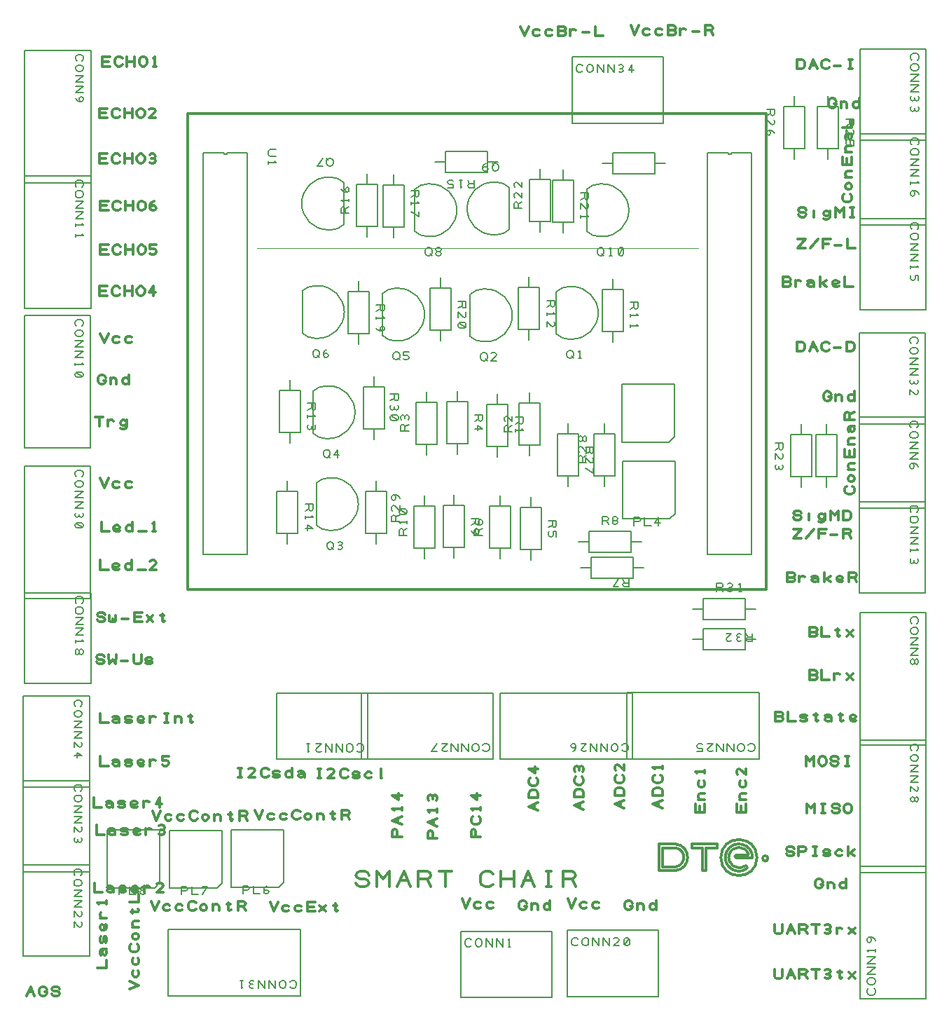
<source format=gbr>
G04 DesignSpark PCB Gerber Version 9.0 Build 5138 *
G04 #@! TF.Part,Single*
G04 #@! TF.FileFunction,Legend,Top *
G04 #@! TF.FilePolarity,Positive *
%FSLAX35Y35*%
%MOIN*%
%ADD22C,0.00394*%
%ADD12C,0.00500*%
%ADD10C,0.01181*%
%ADD19C,0.01200*%
X0Y0D02*
D02*
D10*
X21904Y7263D02*
X23749Y11692D01*
X25594Y7263*
X22642Y9108D02*
X24856D01*
X30393D02*
X31500D01*
Y8739*
X31131Y8001*
X30762Y7632*
X30024Y7263*
X29285*
X28547Y7632*
X28178Y8001*
X27809Y8739*
Y10216*
X28178Y10954*
X28547Y11323*
X29285Y11692*
X30024*
X30762Y11323*
X31131Y10954*
X31500Y10216*
X33715Y8370D02*
X34084Y7632D01*
X34822Y7263*
X36298*
X37037Y7632*
X37406Y8370*
X37037Y9108*
X36298Y9478*
X34822*
X34084Y9846*
X33715Y10585*
X34084Y11323*
X34822Y11692*
X36298*
X37037Y11323*
X37406Y10585*
X53793Y101456D02*
Y97027D01*
X57484*
X59699Y99610D02*
X60437Y99980D01*
X61544*
X62283Y99610*
X62652Y98872*
Y97765*
X62283Y97396*
X61544Y97027*
X60806*
X60068Y97396*
X59699Y97765*
Y98134*
X60068Y98503*
X60806Y98872*
X61544*
X62283Y98503*
X62652Y98134*
Y97765D02*
Y97027D01*
X65604Y97396D02*
X66343Y97027D01*
X67819*
X68557Y97396*
Y98134*
X67819Y98503*
X66343*
X65604Y98872*
Y99610*
X66343Y99980*
X67819*
X68557Y99610*
X74463Y97396D02*
X74094Y97027D01*
X73356*
X72617*
X71879Y97396*
X71510Y98134*
Y99241*
X71879Y99610*
X72617Y99980*
X73356*
X74094Y99610*
X74463Y99241*
Y98872*
X74094Y98503*
X73356Y98134*
X72617*
X71879Y98503*
X71510Y98872*
X77415Y97027D02*
Y99980D01*
Y98872D02*
X77785Y99610D01*
X78523Y99980*
X79261*
X79999Y99610*
X85167Y97027D02*
Y101456D01*
X83321Y98503*
X86274*
X54187Y60905D02*
Y56476D01*
X57878*
X60093Y59059D02*
X60831Y59428D01*
X61938*
X62676Y59059*
X63045Y58321*
Y57214*
X62676Y56844*
X61938Y56476*
X61200*
X60462Y56844*
X60093Y57214*
Y57583*
X60462Y57952*
X61200Y58321*
X61938*
X62676Y57952*
X63045Y57583*
Y57214D02*
Y56476D01*
X65998Y56844D02*
X66736Y56476D01*
X68213*
X68951Y56844*
Y57583*
X68213Y57952*
X66736*
X65998Y58321*
Y59059*
X66736Y59428*
X68213*
X68951Y59059*
X74856Y56844D02*
X74487Y56476D01*
X73749*
X73011*
X72273Y56844*
X71904Y57583*
Y58690*
X72273Y59059*
X73011Y59428*
X73749*
X74487Y59059*
X74856Y58690*
Y58321*
X74487Y57952*
X73749Y57583*
X73011*
X72273Y57952*
X71904Y58321*
X77809Y56476D02*
Y59428D01*
Y58321D02*
X78178Y59059D01*
X78917Y59428*
X79655*
X80393Y59059*
X86667Y56476D02*
X83715D01*
X86298Y59059*
X86667Y59797*
X86298Y60535*
X85560Y60905*
X84453*
X83715Y60535*
X56426Y278129D02*
Y282558D01*
X54581D02*
X58272D01*
X60486Y278129D02*
Y281082D01*
Y279974D02*
X60856Y280713D01*
X61594Y281082*
X62332*
X63070Y280713*
X69344Y279974D02*
X68976Y280713D01*
X68237Y281082*
X67499*
X66761Y280713*
X66392Y279974*
Y279606*
X66761Y278867*
X67499Y278498*
X68237*
X68976Y278867*
X69344Y279606*
Y281082D02*
Y278129D01*
X68976Y277391*
X68237Y277022*
X67130*
X66392Y277391*
X54974Y88464D02*
Y84035D01*
X58665*
X60880Y86618D02*
X61618Y86987D01*
X62726*
X63464Y86618*
X63833Y85880*
Y84773*
X63464Y84404*
X62726Y84035*
X61987*
X61249Y84404*
X60880Y84773*
Y85142*
X61249Y85511*
X61987Y85880*
X62726*
X63464Y85511*
X63833Y85142*
Y84773D02*
Y84035D01*
X66785Y84404D02*
X67524Y84035D01*
X69000*
X69738Y84404*
Y85142*
X69000Y85511*
X67524*
X66785Y85880*
Y86618*
X67524Y86987*
X69000*
X69738Y86618*
X75644Y84404D02*
X75275Y84035D01*
X74537*
X73798*
X73060Y84404*
X72691Y85142*
Y86249*
X73060Y86618*
X73798Y86987*
X74537*
X75275Y86618*
X75644Y86249*
Y85880*
X75275Y85511*
X74537Y85142*
X73798*
X73060Y85511*
X72691Y85880*
X78596Y84035D02*
Y86987D01*
Y85880D02*
X78966Y86618D01*
X79704Y86987*
X80442*
X81180Y86618*
X84871Y84404D02*
X85609Y84035D01*
X86348*
X87086Y84404*
X87455Y85142*
X87086Y85880*
X86348Y86249*
X85609*
X86348D02*
X87086Y86618D01*
X87455Y87356*
X87086Y88094*
X86348Y88464*
X85609*
X84871Y88094*
X54974Y166244D02*
X55344Y165506D01*
X56082Y165137*
X57558*
X58296Y165506*
X58665Y166244*
X58296Y166982*
X57558Y167352*
X56082*
X55344Y167720*
X54974Y168459*
X55344Y169197*
X56082Y169566*
X57558*
X58296Y169197*
X58665Y168459*
X60880Y169566D02*
X61249Y165137D01*
X62726Y167352*
X64202Y165137*
X64571Y169566*
X66785Y166613D02*
X69738D01*
X72691Y169566D02*
Y166244D01*
X73060Y165506*
X73798Y165137*
X75275*
X76013Y165506*
X76382Y166244*
Y169566*
X78596Y165506D02*
X79335Y165137D01*
X80811*
X81549Y165506*
Y166244*
X80811Y166613*
X79335*
X78596Y166982*
Y167720*
X79335Y168090*
X80811*
X81549Y167720*
X55368Y186323D02*
X55737Y185585D01*
X56476Y185216*
X57952*
X58690Y185585*
X59059Y186323*
X58690Y187061*
X57952Y187430*
X56476*
X55737Y187799*
X55368Y188537*
X55737Y189276*
X56476Y189645*
X57952*
X58690Y189276*
X59059Y188537*
X61274Y188169D02*
Y185585D01*
X61643Y185216*
X62381*
X62750Y185585*
Y186692*
Y185585D02*
X63119Y185216D01*
X63857*
X64226Y185585*
Y188169*
X67179Y186692D02*
X70132D01*
X73085Y185216D02*
Y189645D01*
X76776*
X76037Y187430D02*
X73085D01*
Y185216D02*
X76776D01*
X78990D02*
X81943Y188169D01*
Y185216D02*
X78990Y188169D01*
X85511D02*
X87233D01*
X86372Y188907D02*
Y185585D01*
X86741Y185216*
X87110*
X87480Y185585*
X58346Y300053D02*
X59453D01*
Y299684*
X59084Y298946*
X58715Y298577*
X57976Y298208*
X57238*
X56500Y298577*
X56131Y298946*
X55762Y299684*
Y301161*
X56131Y301899*
X56500Y302268*
X57238Y302637*
X57976*
X58715Y302268*
X59084Y301899*
X59453Y301161*
X61667Y298208D02*
Y301161D01*
Y300053D02*
X62037Y300791D01*
X62775Y301161*
X63513*
X64251Y300791*
X64620Y300053*
Y298208*
X70526Y300053D02*
X70157Y300791D01*
X69419Y301161*
X68680*
X67942Y300791*
X67573Y300053*
Y299315*
X67942Y298577*
X68680Y298208*
X69419*
X70157Y298577*
X70526Y299315*
Y298208D02*
Y302637D01*
X56549Y340334D02*
Y344763D01*
X60240*
X59502Y342548D02*
X56549D01*
Y340334D02*
X60240D01*
X66146Y341072D02*
X65777Y340703D01*
X65039Y340334*
X63931*
X63193Y340703*
X62824Y341072*
X62455Y341810*
Y343287*
X62824Y344025*
X63193Y344394*
X63931Y344763*
X65039*
X65777Y344394*
X66146Y344025*
X68360Y340334D02*
Y344763D01*
Y342548D02*
X72051D01*
Y340334D02*
Y344763D01*
X74266Y341810D02*
Y343287D01*
X74635Y344025*
X75004Y344394*
X75742Y344763*
X76480*
X77219Y344394*
X77588Y344025*
X77957Y343287*
Y341810*
X77588Y341072*
X77219Y340703*
X76480Y340334*
X75742*
X75004Y340703*
X74635Y341072*
X74266Y341810*
X82017Y340334D02*
Y344763D01*
X80171Y341810*
X83124*
X56549Y403326D02*
Y407755D01*
X60240*
X59502Y405541D02*
X56549D01*
Y403326D02*
X60240D01*
X66146Y404064D02*
X65777Y403695D01*
X65039Y403326*
X63931*
X63193Y403695*
X62824Y404064*
X62455Y404802*
Y406279*
X62824Y407017*
X63193Y407386*
X63931Y407755*
X65039*
X65777Y407386*
X66146Y407017*
X68360Y403326D02*
Y407755D01*
Y405541D02*
X72051D01*
Y403326D02*
Y407755D01*
X74266Y404802D02*
Y406279D01*
X74635Y407017*
X75004Y407386*
X75742Y407755*
X76480*
X77219Y407386*
X77588Y407017*
X77957Y406279*
Y404802*
X77588Y404064*
X77219Y403695*
X76480Y403326*
X75742*
X75004Y403695*
X74635Y404064*
X74266Y404802*
X80541Y403695D02*
X81279Y403326D01*
X82017*
X82755Y403695*
X83124Y404433*
X82755Y405171*
X82017Y405541*
X81279*
X82017D02*
X82755Y405909D01*
X83124Y406648*
X82755Y407386*
X82017Y407755*
X81279*
X80541Y407386*
X56549Y424980D02*
Y429409D01*
X60240*
X59502Y427194D02*
X56549D01*
Y424980D02*
X60240D01*
X66146Y425718D02*
X65777Y425348D01*
X65039Y424980*
X63931*
X63193Y425348*
X62824Y425718*
X62455Y426456*
Y427932*
X62824Y428670*
X63193Y429039*
X63931Y429409*
X65039*
X65777Y429039*
X66146Y428670*
X68360Y424980D02*
Y429409D01*
Y427194D02*
X72051D01*
Y424980D02*
Y429409D01*
X74266Y426456D02*
Y427932D01*
X74635Y428670*
X75004Y429039*
X75742Y429409*
X76480*
X77219Y429039*
X77588Y428670*
X77957Y427932*
Y426456*
X77588Y425718*
X77219Y425348*
X76480Y424980*
X75742*
X75004Y425348*
X74635Y425718*
X74266Y426456*
X83124Y424980D02*
X80171D01*
X82755Y427563*
X83124Y428301*
X82755Y429039*
X82017Y429409*
X80909*
X80171Y429039*
X56943Y121141D02*
Y116712D01*
X60634*
X62848Y119295D02*
X63587Y119665D01*
X64694*
X65432Y119295*
X65801Y118557*
Y117450*
X65432Y117081*
X64694Y116712*
X63956*
X63218Y117081*
X62848Y117450*
Y117819*
X63218Y118188*
X63956Y118557*
X64694*
X65432Y118188*
X65801Y117819*
Y117450D02*
Y116712D01*
X68754Y117081D02*
X69492Y116712D01*
X70969*
X71707Y117081*
Y117819*
X70969Y118188*
X69492*
X68754Y118557*
Y119295*
X69492Y119665*
X70969*
X71707Y119295*
X77612Y117081D02*
X77243Y116712D01*
X76505*
X75767*
X75029Y117081*
X74659Y117819*
Y118926*
X75029Y119295*
X75767Y119665*
X76505*
X77243Y119295*
X77612Y118926*
Y118557*
X77243Y118188*
X76505Y117819*
X75767*
X75029Y118188*
X74659Y118557*
X80565Y116712D02*
Y119665D01*
Y118557D02*
X80934Y119295D01*
X81672Y119665*
X82411*
X83149Y119295*
X86470Y117081D02*
X87209Y116712D01*
X88316*
X89054Y117081*
X89423Y117819*
Y118188*
X89054Y118926*
X88316Y119295*
X86470*
Y121141*
X89423*
X56943Y141613D02*
Y137184D01*
X60634*
X62848Y139768D02*
X63587Y140137D01*
X64694*
X65432Y139768*
X65801Y139030*
Y137922*
X65432Y137553*
X64694Y137184*
X63956*
X63218Y137553*
X62848Y137922*
Y138291*
X63218Y138661*
X63956Y139030*
X64694*
X65432Y138661*
X65801Y138291*
Y137922D02*
Y137184D01*
X68754Y137553D02*
X69492Y137184D01*
X70969*
X71707Y137553*
Y138291*
X70969Y138661*
X69492*
X68754Y139030*
Y139768*
X69492Y140137*
X70969*
X71707Y139768*
X77612Y137553D02*
X77243Y137184D01*
X76505*
X75767*
X75029Y137553*
X74659Y138291*
Y139399*
X75029Y139768*
X75767Y140137*
X76505*
X77243Y139768*
X77612Y139399*
Y139030*
X77243Y138661*
X76505Y138291*
X75767*
X75029Y138661*
X74659Y139030*
X80565Y137184D02*
Y140137D01*
Y139030D02*
X80934Y139768D01*
X81672Y140137*
X82411*
X83149Y139768*
X87578Y137184D02*
X89054D01*
X88316D02*
Y141613D01*
X87578D02*
X89054D01*
X92376Y137184D02*
Y140137D01*
Y139030D02*
X92745Y139768D01*
X93483Y140137*
X94222*
X94960Y139768*
X95329Y139030*
Y137184*
X98897Y140137D02*
X100619D01*
X99758Y140875D02*
Y137553D01*
X100127Y137184*
X100496*
X100865Y137553*
X56943Y214448D02*
Y210019D01*
X60634*
X65801Y210388D02*
X65432Y210019D01*
X64694*
X63956*
X63218Y210388*
X62848Y211126*
Y212233*
X63218Y212602*
X63956Y212972*
X64694*
X65432Y212602*
X65801Y212233*
Y211864*
X65432Y211495*
X64694Y211126*
X63956*
X63218Y211495*
X62848Y211864*
X71707D02*
X71338Y212602D01*
X70600Y212972*
X69861*
X69123Y212602*
X68754Y211864*
Y211126*
X69123Y210388*
X69861Y210019*
X70600*
X71338Y210388*
X71707Y211126*
Y210019D02*
Y214448D01*
X74659Y210019D02*
X78350D01*
X83518D02*
X80565D01*
X83149Y212602*
X83518Y213341*
X83149Y214079*
X82411Y214448*
X81303*
X80565Y214079*
X56943Y253424D02*
X58789Y248995D01*
X60634Y253424*
X65801Y251579D02*
X65063Y251948D01*
X63956*
X63218Y251579*
X62848Y250841*
Y250102*
X63218Y249364*
X63956Y248995*
X65063*
X65801Y249364*
X71707Y251579D02*
X70969Y251948D01*
X69861*
X69123Y251579*
X68754Y250841*
Y250102*
X69123Y249364*
X69861Y248995*
X70969*
X71707Y249364*
X56943Y322322D02*
X58789Y317893D01*
X60634Y322322*
X65801Y320476D02*
X65063Y320846D01*
X63956*
X63218Y320476*
X62848Y319738*
Y319000*
X63218Y318262*
X63956Y317893*
X65063*
X65801Y318262*
X71707Y320476D02*
X70969Y320846D01*
X69861*
X69123Y320476*
X68754Y319738*
Y319000*
X69123Y318262*
X69861Y317893*
X70969*
X71707Y318262*
X56943Y360019D02*
Y364448D01*
X60634*
X59896Y362233D02*
X56943D01*
Y360019D02*
X60634D01*
X66539Y360757D02*
X66170Y360388D01*
X65432Y360019*
X64325*
X63587Y360388*
X63218Y360757*
X62848Y361495*
Y362972*
X63218Y363710*
X63587Y364079*
X64325Y364448*
X65432*
X66170Y364079*
X66539Y363710*
X68754Y360019D02*
Y364448D01*
Y362233D02*
X72445D01*
Y360019D02*
Y364448D01*
X74659Y361495D02*
Y362972D01*
X75029Y363710*
X75398Y364079*
X76136Y364448*
X76874*
X77612Y364079*
X77981Y363710*
X78350Y362972*
Y361495*
X77981Y360757*
X77612Y360388*
X76874Y360019*
X76136*
X75398Y360388*
X75029Y360757*
X74659Y361495*
X80565Y360388D02*
X81303Y360019D01*
X82411*
X83149Y360388*
X83518Y361126*
Y361495*
X83149Y362233*
X82411Y362602*
X80565*
Y364448*
X83518*
X56943Y380885D02*
Y385314D01*
X60634*
X59896Y383100D02*
X56943D01*
Y380885D02*
X60634D01*
X66539Y381623D02*
X66170Y381254D01*
X65432Y380885*
X64325*
X63587Y381254*
X63218Y381623*
X62848Y382361*
Y383838*
X63218Y384576*
X63587Y384945*
X64325Y385314*
X65432*
X66170Y384945*
X66539Y384576*
X68754Y380885D02*
Y385314D01*
Y383100D02*
X72445D01*
Y380885D02*
Y385314D01*
X74659Y382361D02*
Y383838D01*
X75029Y384576*
X75398Y384945*
X76136Y385314*
X76874*
X77612Y384945*
X77981Y384576*
X78350Y383838*
Y382361*
X77981Y381623*
X77612Y381254*
X76874Y380885*
X76136*
X75398Y381254*
X75029Y381623*
X74659Y382361*
X80565Y381992D02*
X80934Y382730D01*
X81672Y383100*
X82411*
X83149Y382730*
X83518Y381992*
X83149Y381254*
X82411Y380885*
X81672*
X80934Y381254*
X80565Y381992*
Y383100*
X80934Y384207*
X81672Y384945*
X82411Y385314*
X57337Y232558D02*
Y228129D01*
X61028*
X66195Y228498D02*
X65826Y228129D01*
X65088*
X64350*
X63611Y228498*
X63242Y229236*
Y230344*
X63611Y230713*
X64350Y231082*
X65088*
X65826Y230713*
X66195Y230344*
Y229974*
X65826Y229606*
X65088Y229236*
X64350*
X63611Y229606*
X63242Y229974*
X72100D02*
X71731Y230713D01*
X70993Y231082*
X70255*
X69517Y230713*
X69148Y229974*
Y229236*
X69517Y228498*
X70255Y228129*
X70993*
X71731Y228498*
X72100Y229236*
Y228129D02*
Y232558D01*
X75053Y228129D02*
X78744D01*
X81697D02*
X83173D01*
X82435D02*
Y232558D01*
X81697Y231820*
X57730Y449389D02*
Y453818D01*
X61421*
X60683Y451604D02*
X57730D01*
Y449389D02*
X61421D01*
X67327Y450127D02*
X66958Y449758D01*
X66220Y449389*
X65112*
X64374Y449758*
X64005Y450127*
X63636Y450865*
Y452342*
X64005Y453080*
X64374Y453449*
X65112Y453818*
X66220*
X66958Y453449*
X67327Y453080*
X69541Y449389D02*
Y453818D01*
Y451604D02*
X73232D01*
Y449389D02*
Y453818D01*
X75447Y450865D02*
Y452342D01*
X75816Y453080*
X76185Y453449*
X76923Y453818*
X77661*
X78400Y453449*
X78769Y453080*
X79138Y452342*
Y450865*
X78769Y450127*
X78400Y449758*
X77661Y449389*
X76923*
X76185Y449758*
X75816Y450127*
X75447Y450865*
X82091Y449389D02*
X83567D01*
X82829D02*
Y453818D01*
X82091Y453080*
X55343Y20722D02*
X59772D01*
Y24413*
X57189Y26628D02*
X56820Y27366D01*
Y28474*
X57189Y29212*
X57927Y29581*
X59034*
X59404Y29212*
X59772Y28474*
Y27735*
X59404Y26997*
X59034Y26628*
X58665*
X58296Y26997*
X57927Y27735*
Y28474*
X58296Y29212*
X58665Y29581*
X59034D02*
X59772D01*
X59404Y32533D02*
X59772Y33272D01*
Y34748*
X59404Y35486*
X58665*
X58296Y34748*
Y33272*
X57927Y32533*
X57189*
X56820Y33272*
Y34748*
X57189Y35486*
X59404Y41392D02*
X59772Y41023D01*
Y40285*
Y39546*
X59404Y38808*
X58665Y38439*
X57558*
X57189Y38808*
X56820Y39546*
Y40285*
X57189Y41023*
X57558Y41392*
X57927*
X58296Y41023*
X58665Y40285*
Y39546*
X58296Y38808*
X57927Y38439*
X59772Y44344D02*
X56820D01*
X57927D02*
X57189Y44714D01*
X56820Y45452*
Y46190*
X57189Y46928*
X59772Y50988D02*
Y52465D01*
Y51726D02*
X55343D01*
X56081Y50988*
X70698Y10486D02*
X75127Y12332D01*
X70698Y14177*
X72543Y19344D02*
X72174Y18606D01*
Y17499*
X72543Y16761*
X73281Y16392*
X74020*
X74758Y16761*
X75127Y17499*
Y18606*
X74758Y19344*
X72543Y25250D02*
X72174Y24512D01*
Y23405*
X72543Y22667*
X73281Y22297*
X74020*
X74758Y22667*
X75127Y23405*
Y24512*
X74758Y25250*
X74389Y31894D02*
X74758Y31525D01*
X75127Y30787*
Y29679*
X74758Y28941*
X74389Y28572*
X73650Y28203*
X72174*
X71436Y28572*
X71067Y28941*
X70698Y29679*
Y30787*
X71067Y31525*
X71436Y31894*
X74020Y34108D02*
X74758Y34478D01*
X75127Y35216*
Y35954*
X74758Y36692*
X74020Y37061*
X73281*
X72543Y36692*
X72174Y35954*
Y35216*
X72543Y34478*
X73281Y34108*
X74020*
X75127Y40014D02*
X72174D01*
X73281D02*
X72543Y40383D01*
X72174Y41121*
Y41859*
X72543Y42598*
X73281Y42967*
X75127*
X72174Y46535D02*
Y48257D01*
X71436Y47396D02*
X74758D01*
X75127Y47765*
Y48134*
X74758Y48503*
X70698Y51825D02*
X75127D01*
Y55516*
X80959Y52243D02*
X82804Y47814D01*
X84650Y52243*
X89817Y50398D02*
X89079Y50767D01*
X87972*
X87233Y50398*
X86864Y49659*
Y48921*
X87233Y48183*
X87972Y47814*
X89079*
X89817Y48183*
X95722Y50398D02*
X94984Y50767D01*
X93877*
X93139Y50398*
X92770Y49659*
Y48921*
X93139Y48183*
X93877Y47814*
X94984*
X95722Y48183*
X102366Y48552D02*
X101997Y48183D01*
X101259Y47814*
X100152*
X99413Y48183*
X99044Y48552*
X98675Y49291*
Y50767*
X99044Y51505*
X99413Y51874*
X100152Y52243*
X101259*
X101997Y51874*
X102366Y51505*
X104581Y48921D02*
X104950Y48183D01*
X105688Y47814*
X106426*
X107165Y48183*
X107533Y48921*
Y49659*
X107165Y50398*
X106426Y50767*
X105688*
X104950Y50398*
X104581Y49659*
Y48921*
X110486Y47814D02*
Y50767D01*
Y49659D02*
X110856Y50398D01*
X111594Y50767*
X112332*
X113070Y50398*
X113439Y49659*
Y47814*
X117007Y50767D02*
X118730D01*
X117868Y51505D02*
Y48183D01*
X118237Y47814*
X118606*
X118976Y48183*
X122297Y47814D02*
Y52243D01*
X124881*
X125619Y51874*
X125988Y51136*
X125619Y50398*
X124881Y50029*
X122297*
X124881D02*
X125988Y47814D01*
X81746Y95157D02*
X83592Y90728D01*
X85437Y95157*
X90604Y93311D02*
X89866Y93680D01*
X88759*
X88021Y93311*
X87652Y92573*
Y91835*
X88021Y91096*
X88759Y90728*
X89866*
X90604Y91096*
X96510Y93311D02*
X95772Y93680D01*
X94665*
X93926Y93311*
X93557Y92573*
Y91835*
X93926Y91096*
X94665Y90728*
X95772*
X96510Y91096*
X103154Y91466D02*
X102785Y91096D01*
X102046Y90728*
X100939*
X100201Y91096*
X99832Y91466*
X99463Y92204*
Y93680*
X99832Y94419*
X100201Y94787*
X100939Y95157*
X102046*
X102785Y94787*
X103154Y94419*
X105368Y91835D02*
X105737Y91096D01*
X106476Y90728*
X107214*
X107952Y91096*
X108321Y91835*
Y92573*
X107952Y93311*
X107214Y93680*
X106476*
X105737Y93311*
X105368Y92573*
Y91835*
X111274Y90728D02*
Y93680D01*
Y92573D02*
X111643Y93311D01*
X112381Y93680*
X113119*
X113857Y93311*
X114226Y92573*
Y90728*
X117794Y93680D02*
X119517D01*
X118656Y94419D02*
Y91096D01*
X119025Y90728*
X119394*
X119763Y91096*
X123085Y90728D02*
Y95157D01*
X125669*
X126407Y94787*
X126776Y94049*
X126407Y93311*
X125669Y92942*
X123085*
X125669D02*
X126776Y90728D01*
X122617Y111200D02*
X124094D01*
X123356D02*
Y115629D01*
X122617D02*
X124094D01*
X130368Y111200D02*
X127415D01*
X129999Y113783*
X130368Y114522*
X129999Y115260*
X129261Y115629*
X128154*
X127415Y115260*
X137012Y111938D02*
X136643Y111569D01*
X135905Y111200*
X134797*
X134059Y111569*
X133690Y111938*
X133321Y112676*
Y114153*
X133690Y114891*
X134059Y115260*
X134797Y115629*
X135905*
X136643Y115260*
X137012Y114891*
X139226Y111569D02*
X139965Y111200D01*
X141441*
X142179Y111569*
Y112307*
X141441Y112676*
X139965*
X139226Y113045*
Y113783*
X139965Y114153*
X141441*
X142179Y113783*
X148085Y113045D02*
X147716Y113783D01*
X146978Y114153*
X146239*
X145501Y113783*
X145132Y113045*
Y112307*
X145501Y111569*
X146239Y111200*
X146978*
X147716Y111569*
X148085Y112307*
Y111200D02*
Y115629D01*
X151037Y113783D02*
X151776Y114153D01*
X152883*
X153621Y113783*
X153990Y113045*
Y111938*
X153621Y111569*
X152883Y111200*
X152145*
X151407Y111569*
X151037Y111938*
Y112307*
X151407Y112676*
X152145Y113045*
X152883*
X153621Y112676*
X153990Y112307*
Y111938D02*
Y111200D01*
X130565Y95550D02*
X132411Y91121D01*
X134256Y95550*
X139423Y93705D02*
X138685Y94074D01*
X137578*
X136840Y93705*
X136470Y92967*
Y92228*
X136840Y91490*
X137578Y91121*
X138685*
X139423Y91490*
X145329Y93705D02*
X144591Y94074D01*
X143483*
X142745Y93705*
X142376Y92967*
Y92228*
X142745Y91490*
X143483Y91121*
X144591*
X145329Y91490*
X151972Y91859D02*
X151604Y91490D01*
X150865Y91121*
X149758*
X149020Y91490*
X148651Y91859*
X148281Y92598*
Y94074*
X148651Y94812*
X149020Y95181*
X149758Y95550*
X150865*
X151604Y95181*
X151972Y94812*
X154187Y92228D02*
X154556Y91490D01*
X155294Y91121*
X156033*
X156771Y91490*
X157140Y92228*
Y92967*
X156771Y93705*
X156033Y94074*
X155294*
X154556Y93705*
X154187Y92967*
Y92228*
X160093Y91121D02*
Y94074D01*
Y92967D02*
X160462Y93705D01*
X161200Y94074*
X161938*
X162676Y93705*
X163045Y92967*
Y91121*
X166613Y94074D02*
X168336D01*
X167474Y94812D02*
Y91490D01*
X167844Y91121*
X168213*
X168582Y91490*
X171904Y91121D02*
Y95550D01*
X174487*
X175226Y95181*
X175594Y94443*
X175226Y93705*
X174487Y93336*
X171904*
X174487D02*
X175594Y91121D01*
X137652Y51850D02*
X139497Y47420D01*
X141343Y51850*
X146510Y50004D02*
X145772Y50373D01*
X144665*
X143926Y50004*
X143557Y49266*
Y48528*
X143926Y47789*
X144665Y47420*
X145772*
X146510Y47789*
X152415Y50004D02*
X151677Y50373D01*
X150570*
X149832Y50004*
X149463Y49266*
Y48528*
X149832Y47789*
X150570Y47420*
X151677*
X152415Y47789*
X155368Y47420D02*
Y51850D01*
X159059*
X158321Y49635D02*
X155368D01*
Y47420D02*
X159059D01*
X161274D02*
X164226Y50373D01*
Y47420D02*
X161274Y50373D01*
X167794D02*
X169517D01*
X168656Y51111D02*
Y47789D01*
X169025Y47420*
X169394*
X169763Y47789*
X160413Y110806D02*
X161889D01*
X161151D02*
Y115235D01*
X160413D02*
X161889D01*
X168163Y110806D02*
X165211D01*
X167794Y113390*
X168163Y114128*
X167794Y114866*
X167056Y115235*
X165949*
X165211Y114866*
X174807Y111544D02*
X174438Y111175D01*
X173700Y110806*
X172593*
X171854Y111175*
X171485Y111544*
X171116Y112283*
Y113759*
X171485Y114497*
X171854Y114866*
X172593Y115235*
X173700*
X174438Y114866*
X174807Y114497*
X177022Y111175D02*
X177760Y110806D01*
X179236*
X179974Y111175*
Y111913*
X179236Y112283*
X177760*
X177022Y112652*
Y113390*
X177760Y113759*
X179236*
X179974Y113390*
X185880D02*
X185142Y113759D01*
X184035*
X183296Y113390*
X182927Y112652*
Y111913*
X183296Y111175*
X184035Y110806*
X185142*
X185880Y111175*
X190678Y110806D02*
X190309D01*
Y115235*
X178596Y61028D02*
X179212Y59797D01*
X180442Y59182*
X182903*
X184133Y59797*
X184748Y61028*
X184133Y62258*
X182903Y62873*
X180442*
X179212Y63488*
X178596Y64719*
X179212Y65949*
X180442Y66564*
X182903*
X184133Y65949*
X184748Y64719*
X188439Y59182D02*
Y66564D01*
X191515Y62873*
X194591Y66564*
Y59182*
X198281D02*
X201357Y66564D01*
X204433Y59182*
X199512Y62258D02*
X203203D01*
X208124Y59182D02*
Y66564D01*
X212430*
X213661Y65949*
X214276Y64719*
X213661Y63488*
X212430Y62873*
X208124*
X212430D02*
X214276Y59182D01*
X221043D02*
Y66564D01*
X217967D02*
X224118D01*
X243803Y60413D02*
X243188Y59797D01*
X241958Y59182*
X240112*
X238882Y59797*
X238267Y60413*
X237652Y61643*
Y64104*
X238267Y65334*
X238882Y65949*
X240112Y66564*
X241958*
X243188Y65949*
X243803Y65334*
X247494Y59182D02*
Y66564D01*
Y62873D02*
X253646D01*
Y59182D02*
Y66564D01*
X257337Y59182D02*
X260413Y66564D01*
X263488Y59182*
X258567Y62258D02*
X262258D01*
X269025Y59182D02*
X271485D01*
X270255D02*
Y66564D01*
X269025D02*
X271485D01*
X277022Y59182D02*
Y66564D01*
X281328*
X282558Y65949*
X283173Y64719*
X282558Y63488*
X281328Y62873*
X277022*
X281328D02*
X283173Y59182D01*
X200324Y82927D02*
X195894D01*
Y85511*
X196264Y86249*
X197002Y86618*
X197740Y86249*
X198109Y85511*
Y82927*
X200324Y88833D02*
X195894Y90678D01*
X200324Y92524*
X198478Y89571D02*
Y91785D01*
X200324Y95476D02*
Y96953D01*
Y96215D02*
X195894D01*
X196633Y95476*
X200324Y102489D02*
X195894D01*
X198847Y100644*
Y103596*
X217253Y82140D02*
X212824D01*
Y84724*
X213193Y85462*
X213931Y85831*
X214669Y85462*
X215038Y84724*
Y82140*
X217253Y88045D02*
X212824Y89891D01*
X217253Y91736*
X215407Y88783D02*
Y90998D01*
X217253Y94689D02*
Y96165D01*
Y95427D02*
X212824D01*
X213562Y94689*
X216884Y100226D02*
X217253Y100964D01*
Y101702*
X216884Y102440*
X216146Y102809*
X215407Y102440*
X215038Y101702*
Y100964*
Y101702D02*
X214669Y102440D01*
X213931Y102809*
X213193Y102440*
X212824Y101702*
Y100964*
X213193Y100226*
X228990Y53424D02*
X230836Y48995D01*
X232681Y53424*
X237848Y51579D02*
X237110Y51948D01*
X236003*
X235265Y51579*
X234896Y50841*
Y50102*
X235265Y49364*
X236003Y48995*
X237110*
X237848Y49364*
X243754Y51579D02*
X243016Y51948D01*
X241909*
X241170Y51579*
X240801Y50841*
Y50102*
X241170Y49364*
X241909Y48995*
X243016*
X243754Y49364*
X237725Y82927D02*
X233296D01*
Y85511*
X233665Y86249*
X234404Y86618*
X235142Y86249*
X235511Y85511*
Y82927*
X236987Y92524D02*
X237356Y92155D01*
X237725Y91417*
Y90309*
X237356Y89571*
X236987Y89202*
X236249Y88833*
X234772*
X234034Y89202*
X233665Y89571*
X233296Y90309*
Y91417*
X233665Y92155*
X234034Y92524*
X237725Y95476D02*
Y96953D01*
Y96215D02*
X233296D01*
X234034Y95476*
X237725Y102489D02*
X233296D01*
X236249Y100644*
Y103596*
X258739Y50053D02*
X259846D01*
Y49684*
X259478Y48946*
X259108Y48577*
X258370Y48208*
X257632*
X256894Y48577*
X256525Y48946*
X256156Y49684*
Y51161*
X256525Y51899*
X256894Y52268*
X257632Y52637*
X258370*
X259108Y52268*
X259478Y51899*
X259846Y51161*
X262061Y48208D02*
Y51161D01*
Y50053D02*
X262430Y50791D01*
X263169Y51161*
X263907*
X264645Y50791*
X265014Y50053*
Y48208*
X270919Y50053D02*
X270550Y50791D01*
X269812Y51161*
X269074*
X268336Y50791*
X267967Y50053*
Y49315*
X268336Y48577*
X269074Y48208*
X269812*
X270550Y48577*
X270919Y49315*
Y48208D02*
Y52637D01*
X256943Y468385D02*
X258789Y463956D01*
X260634Y468385*
X265801Y466539D02*
X265063Y466909D01*
X263956*
X263218Y466539*
X262848Y465801*
Y465063*
X263218Y464325*
X263956Y463956*
X265063*
X265801Y464325*
X271707Y466539D02*
X270969Y466909D01*
X269861*
X269123Y466539*
X268754Y465801*
Y465063*
X269123Y464325*
X269861Y463956*
X270969*
X271707Y464325*
X277243Y466170D02*
X277981Y465801D01*
X278350Y465063*
X277981Y464325*
X277243Y463956*
X274659*
Y468385*
X277243*
X277981Y468016*
X278350Y467278*
X277981Y466539*
X277243Y466170*
X274659*
X280565Y463956D02*
Y466909D01*
Y465801D02*
X280934Y466539D01*
X281672Y466909*
X282411*
X283149Y466539*
X286470Y465432D02*
X289423D01*
X292376Y468385D02*
Y463956D01*
X296067*
X265284Y95526D02*
X260855Y97371D01*
X265284Y99217*
X263439Y96264D02*
Y98478D01*
X265284Y101431D02*
X260855D01*
Y103646*
X261224Y104384*
X261593Y104753*
X262331Y105122*
X263808*
X264546Y104753*
X264915Y104384*
X265284Y103646*
Y101431*
X264546Y111028D02*
X264915Y110659D01*
X265284Y109920*
Y108813*
X264915Y108075*
X264546Y107706*
X263808Y107337*
X262331*
X261593Y107706*
X261224Y108075*
X260855Y108813*
Y109920*
X261224Y110659*
X261593Y111028*
X265284Y115088D02*
X260855D01*
X263808Y113242*
Y116195*
X279384Y53424D02*
X281230Y48995D01*
X283075Y53424*
X288242Y51579D02*
X287504Y51948D01*
X286397*
X285659Y51579*
X285289Y50841*
Y50102*
X285659Y49364*
X286397Y48995*
X287504*
X288242Y49364*
X294148Y51579D02*
X293409Y51948D01*
X292302*
X291564Y51579*
X291195Y50841*
Y50102*
X291564Y49364*
X292302Y48995*
X293409*
X294148Y49364*
X286938Y95919D02*
X282509Y97765D01*
X286938Y99610*
X285093Y96657D02*
Y98872D01*
X286938Y101825D02*
X282509D01*
Y104039*
X282878Y104778*
X283247Y105147*
X283985Y105516*
X285461*
X286200Y105147*
X286569Y104778*
X286938Y104039*
Y101825*
X286200Y111421D02*
X286569Y111052D01*
X286938Y110314*
Y109207*
X286569Y108469*
X286200Y108100*
X285461Y107730*
X283985*
X283247Y108100*
X282878Y108469*
X282509Y109207*
Y110314*
X282878Y111052*
X283247Y111421*
X286569Y114005D02*
X286938Y114743D01*
Y115481*
X286569Y116220*
X285831Y116589*
X285093Y116220*
X284723Y115481*
Y114743*
Y115481D02*
X284354Y116220D01*
X283616Y116589*
X282878Y116220*
X282509Y115481*
Y114743*
X282878Y114005*
X309133Y50053D02*
X310240D01*
Y49684*
X309871Y48946*
X309502Y48577*
X308764Y48208*
X308026*
X307287Y48577*
X306919Y48946*
X306549Y49684*
Y51161*
X306919Y51899*
X307287Y52268*
X308026Y52637*
X308764*
X309502Y52268*
X309871Y51899*
X310240Y51161*
X312455Y48208D02*
Y51161D01*
Y50053D02*
X312824Y50791D01*
X313562Y51161*
X314300*
X315039Y50791*
X315407Y50053*
Y48208*
X321313Y50053D02*
X320944Y50791D01*
X320206Y51161*
X319468*
X318730Y50791*
X318360Y50053*
Y49315*
X318730Y48577*
X319468Y48208*
X320206*
X320944Y48577*
X321313Y49315*
Y48208D02*
Y52637D01*
X306229Y96707D02*
X301800Y98552D01*
X306229Y100398*
X304384Y97445D02*
Y99659D01*
X306229Y102612D02*
X301800D01*
Y104827*
X302169Y105565*
X302538Y105934*
X303276Y106303*
X304753*
X305491Y105934*
X305860Y105565*
X306229Y104827*
Y102612*
X305491Y112209D02*
X305860Y111840D01*
X306229Y111102*
Y109994*
X305860Y109256*
X305491Y108887*
X304753Y108518*
X303276*
X302538Y108887*
X302169Y109256*
X301800Y109994*
Y111102*
X302169Y111840*
X302538Y112209*
X306229Y117376D02*
Y114423D01*
X303646Y117007*
X302907Y117376*
X302169Y117007*
X301800Y116269*
Y115161*
X302169Y114423*
X309305Y468779D02*
X311151Y464350D01*
X312996Y468779*
X318163Y466933D02*
X317425Y467302D01*
X316318*
X315580Y466933*
X315211Y466195*
Y465457*
X315580Y464719*
X316318Y464350*
X317425*
X318163Y464719*
X324069Y466933D02*
X323331Y467302D01*
X322224*
X321485Y466933*
X321116Y466195*
Y465457*
X321485Y464719*
X322224Y464350*
X323331*
X324069Y464719*
X329606Y466564D02*
X330344Y466195D01*
X330713Y465457*
X330344Y464719*
X329606Y464350*
X327022*
Y468779*
X329606*
X330344Y468409*
X330713Y467671*
X330344Y466933*
X329606Y466564*
X327022*
X332927Y464350D02*
Y467302D01*
Y466195D02*
X333296Y466933D01*
X334035Y467302*
X334773*
X335511Y466933*
X338833Y465826D02*
X341785D01*
X344738Y464350D02*
Y468779D01*
X347322*
X348060Y468409*
X348429Y467671*
X348060Y466933*
X347322Y466564*
X344738*
X347322D02*
X348429Y464350D01*
X322821Y66909D02*
X330654D01*
G75*
G03Y79510I-615J6301*
G01*
X322821*
Y66909*
X324598Y68688D02*
X330654D01*
G75*
G03Y77681I-632J4496*
G01*
X324598*
Y68688*
X324339Y96707D02*
X319910Y98552D01*
X324339Y100398*
X322494Y97445D02*
Y99659D01*
X324339Y102612D02*
X319910D01*
Y104827*
X320280Y105565*
X320648Y105934*
X321387Y106303*
X322863*
X323601Y105934*
X323970Y105565*
X324339Y104827*
Y102612*
X323601Y112209D02*
X323970Y111840D01*
X324339Y111102*
Y109994*
X323970Y109256*
X323601Y108887*
X322863Y108518*
X321387*
X320648Y108887*
X320280Y109256*
X319910Y109994*
Y111102*
X320280Y111840*
X320648Y112209*
X324339Y115161D02*
Y116638D01*
Y115900D02*
X319910D01*
X320648Y115161*
X343563Y66901D02*
X345286D01*
Y77742*
X350437*
Y79491*
X338360*
Y77742*
X343563*
Y66901*
X344418Y94738D02*
X339989D01*
Y98429*
X342204Y97691D02*
Y94738D01*
X344418D02*
Y98429D01*
Y100644D02*
X341465D01*
X342573D02*
X341835Y101013D01*
X341465Y101751*
Y102489*
X341835Y103228*
X342573Y103596*
X344418*
X341835Y109502D02*
X341465Y108764D01*
Y107657*
X341835Y106919*
X342573Y106549*
X343311*
X344049Y106919*
X344418Y107657*
Y108764*
X344049Y109502*
X344418Y113193D02*
Y114669D01*
Y113931D02*
X339989D01*
X340727Y113193*
X352219Y73085D02*
G75*
G03X369370I8576D01*
G01*
G75*
G03X352219I-8576*
G01*
X359550Y74387D02*
G75*
G03Y73033J-677D01*
G01*
X367249*
G75*
G03X364407Y67735I-6455J52*
G01*
G75*
G03X363508Y69067I-450J665*
G01*
G75*
G02X365348Y74750I-2714J4018*
G01*
G75*
G02X365098Y74387I-257J-91*
G01*
X359550*
X364103Y94738D02*
X359674D01*
Y98429*
X361889Y97691D02*
Y94738D01*
X364103D02*
Y98429D01*
Y100644D02*
X361150D01*
X362258D02*
X361520Y101013D01*
X361150Y101751*
Y102489*
X361520Y103228*
X362258Y103596*
X364103*
X361520Y109502D02*
X361150Y108764D01*
Y107657*
X361520Y106919*
X362258Y106549*
X362996*
X363734Y106919*
X364103Y107657*
Y108764*
X363734Y109502*
X364103Y115407D02*
Y112455D01*
X361520Y115039*
X360781Y115407*
X360043Y115039*
X359674Y114300*
Y113193*
X360043Y112455*
X372063Y72651D02*
G75*
G03X374618I1278D01*
G01*
G75*
G03X372063I-1278*
G01*
X377809Y19960D02*
Y16638D01*
X378178Y15900*
X378917Y15531*
X380393*
X381131Y15900*
X381500Y16638*
Y19960*
X383715Y15531D02*
X385560Y19960D01*
X387406Y15531*
X384453Y17376D02*
X386667D01*
X389620Y15531D02*
Y19960D01*
X392204*
X392942Y19591*
X393311Y18852*
X392942Y18114*
X392204Y17745*
X389620*
X392204D02*
X393311Y15531D01*
X397371D02*
Y19960D01*
X395526D02*
X399217D01*
X401800Y15900D02*
X402539Y15531D01*
X403277*
X404015Y15900*
X404384Y16638*
X404015Y17376*
X403277Y17745*
X402539*
X403277D02*
X404015Y18114D01*
X404384Y18852*
X404015Y19591*
X403277Y19960*
X402539*
X401800Y19591*
X407952Y18483D02*
X409674D01*
X408813Y19222D02*
Y15900D01*
X409182Y15531*
X409551*
X409920Y15900*
X413242Y15531D02*
X416195Y18483D01*
Y15531D02*
X413242Y18483D01*
X377809Y41220D02*
Y37898D01*
X378178Y37159*
X378917Y36791*
X380393*
X381131Y37159*
X381500Y37898*
Y41220*
X383715Y36791D02*
X385560Y41220D01*
X387406Y36791*
X384453Y38636D02*
X386667D01*
X389620Y36791D02*
Y41220D01*
X392204*
X392942Y40850*
X393311Y40112*
X392942Y39374*
X392204Y39005*
X389620*
X392204D02*
X393311Y36791D01*
X397371D02*
Y41220D01*
X395526D02*
X399217D01*
X401800Y37159D02*
X402539Y36791D01*
X403277*
X404015Y37159*
X404384Y37898*
X404015Y38636*
X403277Y39005*
X402539*
X403277D02*
X404015Y39374D01*
X404384Y40112*
X404015Y40850*
X403277Y41220*
X402539*
X401800Y40850*
X407337Y36791D02*
Y39743D01*
Y38636D02*
X407706Y39374D01*
X408444Y39743*
X409182*
X409920Y39374*
X413242Y36791D02*
X416195Y39743D01*
Y36791D02*
X413242Y39743D01*
X380787Y140186D02*
X381525Y139817D01*
X381894Y139079*
X381525Y138341*
X380787Y137972*
X378203*
Y142401*
X380787*
X381525Y142031*
X381894Y141293*
X381525Y140555*
X380787Y140186*
X378203*
X384108Y142401D02*
Y137972D01*
X387799*
X390014Y138341D02*
X390752Y137972D01*
X392228*
X392967Y138341*
Y139079*
X392228Y139448*
X390752*
X390014Y139817*
Y140555*
X390752Y140924*
X392228*
X392967Y140555*
X396535Y140924D02*
X398257D01*
X397396Y141663D02*
Y138341D01*
X397765Y137972*
X398134*
X398503Y138341*
X401825Y140555D02*
X402563Y140924D01*
X403670*
X404409Y140555*
X404778Y139817*
Y138710*
X404409Y138341*
X403670Y137972*
X402932*
X402194Y138341*
X401825Y138710*
Y139079*
X402194Y139448*
X402932Y139817*
X403670*
X404409Y139448*
X404778Y139079*
Y138710D02*
Y137972D01*
X408346Y140924D02*
X410068D01*
X409207Y141663D02*
Y138341D01*
X409576Y137972*
X409945*
X410314Y138341*
X416589D02*
X416220Y137972D01*
X415481*
X414743*
X414005Y138341*
X413636Y139079*
Y140186*
X414005Y140555*
X414743Y140924*
X415481*
X416220Y140555*
X416589Y140186*
Y139817*
X416220Y139448*
X415481Y139079*
X414743*
X414005Y139448*
X413636Y139817*
X384330Y346879D02*
X385068Y346510D01*
X385437Y345772*
X385068Y345033*
X384330Y344665*
X381746*
Y349094*
X384330*
X385068Y348724*
X385437Y347986*
X385068Y347248*
X384330Y346879*
X381746*
X387652Y344665D02*
Y347617D01*
Y346510D02*
X388021Y347248D01*
X388759Y347617*
X389497*
X390235Y347248*
X393557D02*
X394295Y347617D01*
X395403*
X396141Y347248*
X396510Y346510*
Y345403*
X396141Y345033*
X395403Y344665*
X394665*
X393926Y345033*
X393557Y345403*
Y345772*
X393926Y346141*
X394665Y346510*
X395403*
X396141Y346141*
X396510Y345772*
Y345403D02*
Y344665D01*
X399463D02*
Y349094D01*
Y346141D02*
X400570D01*
X402415Y347617*
X400570Y346141D02*
X402415Y344665D01*
X408321Y345033D02*
X407952Y344665D01*
X407214*
X406476*
X405737Y345033*
X405368Y345772*
Y346879*
X405737Y347248*
X406476Y347617*
X407214*
X407952Y347248*
X408321Y346879*
Y346510*
X407952Y346141*
X407214Y345772*
X406476*
X405737Y346141*
X405368Y346510*
X411274Y349094D02*
Y344665D01*
X414965*
X383321Y74906D02*
X383690Y74167D01*
X384428Y73798*
X385905*
X386643Y74167*
X387012Y74906*
X386643Y75644*
X385905Y76013*
X384428*
X383690Y76382*
X383321Y77120*
X383690Y77858*
X384428Y78228*
X385905*
X386643Y77858*
X387012Y77120*
X389226Y73798D02*
Y78228D01*
X391810*
X392548Y77858*
X392917Y77120*
X392548Y76382*
X391810Y76013*
X389226*
X396239Y73798D02*
X397716D01*
X396978D02*
Y78228D01*
X396239D02*
X397716D01*
X401037Y74167D02*
X401776Y73798D01*
X403252*
X403990Y74167*
Y74906*
X403252Y75275*
X401776*
X401037Y75644*
Y76382*
X401776Y76751*
X403252*
X403990Y76382*
X409896D02*
X409157Y76751D01*
X408050*
X407312Y76382*
X406943Y75644*
Y74906*
X407312Y74167*
X408050Y73798*
X409157*
X409896Y74167*
X412848Y73798D02*
Y78228D01*
Y75275D02*
X413956D01*
X415801Y76751*
X413956Y75275D02*
X415801Y73798D01*
X386298Y206328D02*
X387037Y205959D01*
X387406Y205220*
X387037Y204482*
X386298Y204113*
X383715*
Y208543*
X386298*
X387037Y208173*
X387406Y207435*
X387037Y206697*
X386298Y206328*
X383715*
X389620Y204113D02*
Y207066D01*
Y205959D02*
X389989Y206697D01*
X390728Y207066*
X391466*
X392204Y206697*
X395526D02*
X396264Y207066D01*
X397371*
X398109Y206697*
X398478Y205959*
Y204852*
X398109Y204482*
X397371Y204113*
X396633*
X395895Y204482*
X395526Y204852*
Y205220*
X395895Y205590*
X396633Y205959*
X397371*
X398109Y205590*
X398478Y205220*
Y204852D02*
Y204113D01*
X401431D02*
Y208543D01*
Y205590D02*
X402539D01*
X404384Y207066*
X402539Y205590D02*
X404384Y204113D01*
X410289Y204482D02*
X409920Y204113D01*
X409182*
X408444*
X407706Y204482*
X407337Y205220*
Y206328*
X407706Y206697*
X408444Y207066*
X409182*
X409920Y206697*
X410289Y206328*
Y205959*
X409920Y205590*
X409182Y205220*
X408444*
X407706Y205590*
X407337Y205959*
X413242Y204113D02*
Y208543D01*
X415826*
X416564Y208173*
X416933Y207435*
X416564Y206697*
X415826Y206328*
X413242*
X415826D02*
X416933Y204113D01*
X386864Y229409D02*
X390555D01*
X386864Y224980*
X390555*
X392770D02*
X396461Y229409D01*
X398675Y224980D02*
Y229409D01*
X402366*
X401628Y227194D02*
X398675D01*
X404581Y226456D02*
X407533D01*
X410486Y224980D02*
Y229409D01*
X413070*
X413808Y229039*
X414177Y228301*
X413808Y227563*
X413070Y227194*
X410486*
X413070D02*
X414177Y224980D01*
X386864Y234748D02*
X387233Y234010D01*
X387972Y233641*
X389448*
X390186Y234010*
X390555Y234748*
X390186Y235486*
X389448Y235856*
X387972*
X387233Y236224*
X386864Y236963*
X387233Y237701*
X387972Y238070*
X389448*
X390186Y237701*
X390555Y236963*
X394246Y233641D02*
Y236594D01*
Y237701D02*
X401628Y235486*
X401259Y236224D01*
X400521Y236594*
X399783*
X399044Y236224*
X398675Y235486*
Y235117*
X399044Y234379*
X399783Y234010*
X400521*
X401259Y234379*
X401628Y235117*
Y236594D02*
Y233641D01*
X401259Y232903*
X400521Y232533*
X399413*
X398675Y232903*
X404581Y233641D02*
Y238070D01*
X406426Y235856*
X408272Y238070*
Y233641*
X410486D02*
Y238070D01*
X412701*
X413439Y237701*
X413808Y237332*
X414177Y236594*
Y235117*
X413808Y234379*
X413439Y234010*
X412701Y233641*
X410486*
X388439Y313956D02*
Y318385D01*
X390654*
X391392Y318016*
X391761Y317647*
X392130Y316909*
Y315432*
X391761Y314694*
X391392Y314325*
X390654Y313956*
X388439*
X394344D02*
X396190Y318385D01*
X398035Y313956*
X395083Y315801D02*
X397297D01*
X403941Y314694D02*
X403572Y314325D01*
X402834Y313956*
X401726*
X400988Y314325*
X400619Y314694*
X400250Y315432*
Y316909*
X400619Y317647*
X400988Y318016*
X401726Y318385*
X402834*
X403572Y318016*
X403941Y317647*
X406156Y315432D02*
X409108D01*
X412061Y313956D02*
Y318385D01*
X414276*
X415014Y318016*
X415383Y317647*
X415752Y316909*
Y315432*
X415383Y314694*
X415014Y314325*
X414276Y313956*
X412061*
X388439Y448208D02*
Y452637D01*
X390654*
X391392Y452268*
X391761Y451899*
X392130Y451161*
Y449684*
X391761Y448946*
X391392Y448577*
X390654Y448208*
X388439*
X394344D02*
X396190Y452637D01*
X398035Y448208*
X395083Y450053D02*
X397297D01*
X403941Y448946D02*
X403572Y448577D01*
X402834Y448208*
X401726*
X400988Y448577*
X400619Y448946*
X400250Y449684*
Y451161*
X400619Y451899*
X400988Y452268*
X401726Y452637*
X402834*
X403572Y452268*
X403941Y451899*
X406156Y449684D02*
X409108D01*
X413169Y448208D02*
X414645D01*
X413907D02*
Y452637D01*
X413169D02*
X414645D01*
X388833Y367204D02*
X392524D01*
X388833Y362775*
X392524*
X394738D02*
X398429Y367204D01*
X400644Y362775D02*
Y367204D01*
X404335*
X403596Y364989D02*
X400644D01*
X406549Y364251D02*
X409502D01*
X412455Y367204D02*
Y362775D01*
X416146*
X389226Y378843D02*
X389596Y378104D01*
X390334Y377735*
X391810*
X392548Y378104*
X392917Y378843*
X392548Y379581*
X391810Y379950*
X390334*
X389596Y380319*
X389226Y381057*
X389596Y381795*
X390334Y382165*
X391810*
X392548Y381795*
X392917Y381057*
X396608Y377735D02*
Y380688D01*
Y381795D02*
X403990Y379581*
X403621Y380319D01*
X402883Y380688*
X402145*
X401407Y380319*
X401037Y379581*
Y379212*
X401407Y378474*
X402145Y378104*
X402883*
X403621Y378474*
X403990Y379212*
Y380688D02*
Y377735D01*
X403621Y376997*
X402883Y376628*
X401776*
X401037Y376997*
X406943Y377735D02*
Y382165D01*
X408789Y379950*
X410634Y382165*
Y377735*
X413956D02*
X415432D01*
X414694D02*
Y382165D01*
X413956D02*
X415432D01*
X392770Y116712D02*
Y121141D01*
X394615Y118926*
X396461Y121141*
Y116712*
X398675Y118188D02*
Y119665D01*
X399044Y120403*
X399413Y120772*
X400152Y121141*
X400890*
X401628Y120772*
X401997Y120403*
X402366Y119665*
Y118188*
X401997Y117450*
X401628Y117081*
X400890Y116712*
X400152*
X399413Y117081*
X399044Y117450*
X398675Y118188*
X404581Y117819D02*
X404950Y117081D01*
X405688Y116712*
X407165*
X407903Y117081*
X408272Y117819*
X407903Y118557*
X407165Y118926*
X405688*
X404950Y119295*
X404581Y120033*
X404950Y120772*
X405688Y121141*
X407165*
X407903Y120772*
X408272Y120033*
X411594Y116712D02*
X413070D01*
X412332D02*
Y121141D01*
X411594D02*
X413070D01*
X393163Y94271D02*
Y98700D01*
X395009Y96485*
X396854Y98700*
Y94271*
X400176D02*
X401653D01*
X400915D02*
Y98700D01*
X400176D02*
X401653D01*
X404974Y95378D02*
X405344Y94640D01*
X406082Y94271*
X407558*
X408296Y94640*
X408665Y95378*
X408296Y96116*
X407558Y96485*
X406082*
X405344Y96854*
X404974Y97593*
X405344Y98331*
X406082Y98700*
X407558*
X408296Y98331*
X408665Y97593*
X410880Y95747D02*
Y97224D01*
X411249Y97962*
X411618Y98331*
X412356Y98700*
X413094*
X413833Y98331*
X414202Y97962*
X414571Y97224*
Y95747*
X414202Y95009*
X413833Y94640*
X413094Y94271*
X412356*
X411618Y94640*
X411249Y95009*
X410880Y95747*
X396928Y159871D02*
X397667Y159502D01*
X398035Y158764*
X397667Y158026*
X396928Y157657*
X394344*
Y162086*
X396928*
X397667Y161717*
X398035Y160978*
X397667Y160240*
X396928Y159871*
X394344*
X400250Y162086D02*
Y157657D01*
X403941*
X406156D02*
Y160609D01*
Y159502D02*
X406525Y160240D01*
X407263Y160609*
X408001*
X408739Y160240*
X412061Y157657D02*
X415014Y160609D01*
Y157657D02*
X412061Y160609D01*
X396928Y180344D02*
X397667Y179974D01*
X398035Y179236*
X397667Y178498*
X396928Y178129*
X394344*
Y182558*
X396928*
X397667Y182189*
X398035Y181451*
X397667Y180713*
X396928Y180344*
X394344*
X400250Y182558D02*
Y178129D01*
X403941*
X406771Y181082D02*
X408493D01*
X407632Y181820D02*
Y178498D01*
X408001Y178129*
X408370*
X408739Y178498*
X412061Y178129D02*
X415014Y181082D01*
Y178129D02*
X412061Y181082D01*
X399684Y60289D02*
X400791D01*
Y59920*
X400422Y59182*
X400053Y58813*
X399315Y58444*
X398577*
X397839Y58813*
X397470Y59182*
X397100Y59920*
Y61397*
X397470Y62135*
X397839Y62504*
X398577Y62873*
X399315*
X400053Y62504*
X400422Y62135*
X400791Y61397*
X403006Y58444D02*
Y61397D01*
Y60289D02*
X403375Y61028D01*
X404113Y61397*
X404852*
X405590Y61028*
X405959Y60289*
Y58444*
X411864Y60289D02*
X411495Y61028D01*
X410757Y61397*
X410019*
X409281Y61028*
X408911Y60289*
Y59551*
X409281Y58813*
X410019Y58444*
X410757*
X411495Y58813*
X411864Y59551*
Y58444D02*
Y62873D01*
X403621Y292179D02*
X404728D01*
Y291810*
X404359Y291072*
X403990Y290703*
X403252Y290334*
X402514*
X401776Y290703*
X401407Y291072*
X401037Y291810*
Y293287*
X401407Y294025*
X401776Y294394*
X402514Y294763*
X403252*
X403990Y294394*
X404359Y294025*
X404728Y293287*
X406943Y290334D02*
Y293287D01*
Y292179D02*
X407312Y292917D01*
X408050Y293287*
X408789*
X409527Y292917*
X409896Y292179*
Y290334*
X415801Y292179D02*
X415432Y292917D01*
X414694Y293287*
X413956*
X413218Y292917*
X412848Y292179*
Y291441*
X413218Y290703*
X413956Y290334*
X414694*
X415432Y290703*
X415801Y291441*
Y290334D02*
Y294763D01*
X405983Y431549D02*
X407091D01*
Y431180*
X406722Y430442*
X406352Y430073*
X405614Y429704*
X404876*
X404138Y430073*
X403769Y430442*
X403400Y431180*
Y432657*
X403769Y433395*
X404138Y433764*
X404876Y434133*
X405614*
X406352Y433764*
X406722Y433395*
X407091Y432657*
X409305Y429704D02*
Y432657D01*
Y431549D02*
X409674Y432287D01*
X410413Y432657*
X411151*
X411889Y432287*
X412258Y431549*
Y429704*
X418163Y431549D02*
X417794Y432287D01*
X417056Y432657*
X416318*
X415580Y432287*
X415211Y431549*
Y430811*
X415580Y430073*
X416318Y429704*
X417056*
X417794Y430073*
X418163Y430811*
Y429704D02*
Y434133D01*
X413759Y388587D02*
X414128Y388218D01*
X414497Y387480*
Y386372*
X414128Y385634*
X413759Y385265*
X413020Y384896*
X411544*
X410806Y385265*
X410437Y385634*
X410068Y386372*
Y387480*
X410437Y388218*
X410806Y388587*
X413390Y390801D02*
X414128Y391170D01*
X414497Y391909*
Y392647*
X414128Y393385*
X413390Y393754*
X412652*
X411913Y393385*
X411544Y392647*
Y391909*
X411913Y391170*
X412652Y390801*
X413390*
X414497Y396707D02*
X411544D01*
X412652D02*
X411913Y397076D01*
X411544Y397814*
Y398552*
X411913Y399291*
X412652Y399659*
X414497*
Y402612D02*
X410068D01*
Y406303*
X412282Y405565D02*
Y402612D01*
X414497D02*
Y406303D01*
Y408518D02*
X411544D01*
X412652D02*
X411913Y408887D01*
X411544Y409625*
Y410363*
X411913Y411102*
X412652Y411470*
X414497*
X411913Y414423D02*
X411544Y415161D01*
Y416269*
X411913Y417007*
X412652Y417376*
X413759*
X414128Y417007*
X414497Y416269*
Y415531*
X414128Y414793*
X413759Y414423*
X413390*
X413020Y414793*
X412652Y415531*
Y416269*
X413020Y417007*
X413390Y417376*
X413759D02*
X414497D01*
X410068Y420329D02*
X414497D01*
Y424020*
X414940Y249610D02*
X415309Y249241D01*
X415678Y248503*
Y247396*
X415309Y246657*
X414940Y246289*
X414202Y245919*
X412725*
X411987Y246289*
X411618Y246657*
X411249Y247396*
Y248503*
X411618Y249241*
X411987Y249610*
X414571Y251825D02*
X415309Y252194D01*
X415678Y252932*
Y253670*
X415309Y254409*
X414571Y254778*
X413833*
X413094Y254409*
X412725Y253670*
Y252932*
X413094Y252194*
X413833Y251825*
X414571*
X415678Y257730D02*
X412725D01*
X413833D02*
X413094Y258100D01*
X412725Y258838*
Y259576*
X413094Y260314*
X413833Y260683*
X415678*
Y263636D02*
X411249D01*
Y267327*
X413463Y266589D02*
Y263636D01*
X415678D02*
Y267327D01*
Y269541D02*
X412725D01*
X413833D02*
X413094Y269911D01*
X412725Y270649*
Y271387*
X413094Y272125*
X413833Y272494*
X415678*
X413094Y275447D02*
X412725Y276185D01*
Y277293*
X413094Y278031*
X413833Y278400*
X414940*
X415309Y278031*
X415678Y277293*
Y276554*
X415309Y275816*
X414940Y275447*
X414571*
X414202Y275816*
X413833Y276554*
Y277293*
X414202Y278031*
X414571Y278400*
X414940D02*
X415678D01*
Y281352D02*
X411249D01*
Y283936*
X411618Y284674*
X412356Y285043*
X413094Y284674*
X413463Y283936*
Y281352*
Y283936D02*
X415678Y285043D01*
D02*
D12*
X20132Y69541D02*
Y26234D01*
X20211Y109699D02*
Y66392D01*
Y149974D02*
Y106667D01*
X20762Y196313D02*
Y259305D01*
Y267967D02*
Y330959D01*
X20801Y199069D02*
Y155762D01*
Y334108D02*
Y397100D01*
X20880Y394030D02*
Y457022D01*
X35880Y26234D02*
X20132D01*
X35880D02*
X51628D01*
X35880Y69541D02*
X51628D01*
X35880D02*
X20132D01*
X35959Y66392D02*
X20211D01*
X35959D02*
X51707D01*
X35959Y106667D02*
X20211D01*
X35959D02*
X51707D01*
X35959Y109699D02*
X51707D01*
X35959D02*
X20211D01*
X35959Y149974D02*
X51707D01*
X35959D02*
X20211D01*
X36510Y196313D02*
X20762D01*
X36510D02*
X52258D01*
X36510Y259305D02*
X52258D01*
X36510D02*
X20762D01*
X36510Y267967D02*
X20762D01*
X36510D02*
X52258D01*
X36510Y330959D02*
X52258D01*
X36510D02*
X20762D01*
X36549Y155762D02*
X20801D01*
X36549D02*
X52297D01*
X36549Y199069D02*
X52297D01*
X36549D02*
X20801D01*
X36549Y334108D02*
X20801D01*
X36549D02*
X52297D01*
X36549Y397100D02*
X52297D01*
X36549D02*
X20801D01*
X36628Y394030D02*
X20880D01*
X36628D02*
X52376D01*
X36628Y457022D02*
X52376D01*
X36628D02*
X20880D01*
X44923Y64448D02*
X44610Y64760D01*
X44298Y65385*
Y66323*
X44610Y66948*
X44923Y67260*
X45548Y67573*
X46798*
X47423Y67260*
X47735Y66948*
X48048Y66323*
Y65385*
X47735Y64760*
X47423Y64448*
X45548Y62573D02*
X46798D01*
X47423Y62260*
X47735Y61948*
X48048Y61323*
Y60698*
X47735Y60073*
X47423Y59760*
X46798Y59448*
X45548*
X44923Y59760*
X44610Y60073*
X44298Y60698*
Y61323*
X44610Y61948*
X44923Y62260*
X45548Y62573*
X44298Y57573D02*
X48048D01*
X44298Y54448*
X48048*
X44298Y52573D02*
X48048D01*
X44298Y49448*
X48048*
X44298Y45073D02*
Y47573D01*
X46485Y45385*
X47110Y45073*
X47735Y45385*
X48048Y46010*
Y46948*
X47735Y47573*
X44298Y40073D02*
Y42573D01*
X46485Y40385*
X47110Y40073*
X47735Y40385*
X48048Y41010*
Y41948*
X47735Y42573*
X45002Y104605D02*
X44689Y104918D01*
X44376Y105543*
Y106480*
X44689Y107105*
X45002Y107418*
X45626Y107730*
X46876*
X47502Y107418*
X47814Y107105*
X48126Y106480*
Y105543*
X47814Y104918*
X47502Y104605*
X45626Y102730D02*
X46876D01*
X47502Y102418*
X47814Y102105*
X48126Y101480*
Y100855*
X47814Y100230*
X47502Y99918*
X46876Y99605*
X45626*
X45002Y99918*
X44689Y100230*
X44376Y100855*
Y101480*
X44689Y102105*
X45002Y102418*
X45626Y102730*
X44376Y97730D02*
X48126D01*
X44376Y94605*
X48126*
X44376Y92730D02*
X48126D01*
X44376Y89605*
X48126*
X44376Y85230D02*
Y87730D01*
X46564Y85543*
X47189Y85230*
X47814Y85543*
X48126Y86168*
Y87105*
X47814Y87730*
X44689Y82418D02*
X44376Y81793D01*
Y81168*
X44689Y80543*
X45314Y80230*
X45939Y80543*
X46252Y81168*
Y81793*
Y81168D02*
X46564Y80543D01*
X47189Y80230*
X47814Y80543*
X48126Y81168*
Y81793*
X47814Y82418*
X45002Y144881D02*
X44689Y145193D01*
X44376Y145819*
Y146756*
X44689Y147381*
X45002Y147693*
X45626Y148006*
X46876*
X47502Y147693*
X47814Y147381*
X48126Y146756*
Y145819*
X47814Y145193*
X47502Y144881*
X45626Y143006D02*
X46876D01*
X47502Y142693*
X47814Y142381*
X48126Y141756*
Y141131*
X47814Y140506*
X47502Y140193*
X46876Y139881*
X45626*
X45002Y140193*
X44689Y140506*
X44376Y141131*
Y141756*
X44689Y142381*
X45002Y142693*
X45626Y143006*
X44376Y138006D02*
X48126D01*
X44376Y134881*
X48126*
X44376Y133006D02*
X48126D01*
X44376Y129881*
X48126*
X44376Y125506D02*
Y128006D01*
X46564Y125819*
X47189Y125506*
X47814Y125819*
X48126Y126443*
Y127381*
X47814Y128006*
X44376Y121443D02*
X48126D01*
X45626Y123006*
Y120506*
X45553Y254211D02*
X45240Y254524D01*
X44928Y255149*
Y256087*
X45240Y256711*
X45553Y257024*
X46178Y257337*
X47428*
X48053Y257024*
X48365Y256711*
X48678Y256087*
Y255149*
X48365Y254524*
X48053Y254211*
X46178Y252337D02*
X47428D01*
X48053Y252024*
X48365Y251711*
X48678Y251087*
Y250461*
X48365Y249837*
X48053Y249524*
X47428Y249211*
X46178*
X45553Y249524*
X45240Y249837*
X44928Y250461*
Y251087*
X45240Y251711*
X45553Y252024*
X46178Y252337*
X44928Y247337D02*
X48678D01*
X44928Y244211*
X48678*
X44928Y242337D02*
X48678D01*
X44928Y239211*
X48678*
X45240Y237024D02*
X44928Y236399D01*
Y235774*
X45240Y235149*
X45865Y234837*
X46490Y235149*
X46803Y235774*
Y236399*
Y235774D02*
X47115Y235149D01*
X47740Y234837*
X48365Y235149*
X48678Y235774*
Y236399*
X48365Y237024*
X45240Y232024D02*
X44928Y231399D01*
Y230774*
X45240Y230149*
X45865Y229837*
X47740*
X48365Y230149*
X48678Y230774*
Y231399*
X48365Y232024*
X47740Y232337*
X45865*
X45240Y232024*
X48365Y230149*
X45553Y325865D02*
X45240Y326178D01*
X44928Y326803*
Y327740*
X45240Y328365*
X45553Y328678*
X46178Y328990*
X47428*
X48053Y328678*
X48365Y328365*
X48678Y327740*
Y326803*
X48365Y326178*
X48053Y325865*
X46178Y323990D02*
X47428D01*
X48053Y323678*
X48365Y323365*
X48678Y322740*
Y322115*
X48365Y321490*
X48053Y321178*
X47428Y320865*
X46178*
X45553Y321178*
X45240Y321490*
X44928Y322115*
Y322740*
X45240Y323365*
X45553Y323678*
X46178Y323990*
X44928Y318990D02*
X48678D01*
X44928Y315865*
X48678*
X44928Y313990D02*
X48678D01*
X44928Y310865*
X48678*
X44928Y308365D02*
Y307115D01*
Y307740D02*
X48678D01*
X48053Y308365*
X45240Y303678D02*
X44928Y303053D01*
Y302428*
X45240Y301803*
X45865Y301490*
X47740*
X48365Y301803*
X48678Y302428*
Y303053*
X48365Y303678*
X47740Y303990*
X45865*
X45240Y303678*
X48365Y301803*
X45592Y193975D02*
X45280Y194288D01*
X44967Y194913*
Y195850*
X45280Y196475*
X45592Y196788*
X46217Y197100*
X47467*
X48092Y196788*
X48405Y196475*
X48717Y195850*
Y194913*
X48405Y194288*
X48092Y193975*
X46217Y192100D02*
X47467D01*
X48092Y191788*
X48405Y191475*
X48717Y190850*
Y190225*
X48405Y189600*
X48092Y189288*
X47467Y188975*
X46217*
X45592Y189288*
X45280Y189600*
X44967Y190225*
Y190850*
X45280Y191475*
X45592Y191788*
X46217Y192100*
X44967Y187100D02*
X48717D01*
X44967Y183975*
X48717*
X44967Y182100D02*
X48717D01*
X44967Y178975*
X48717*
X44967Y176475D02*
Y175225D01*
Y175850D02*
X48717D01*
X48092Y176475*
X46842Y171163D02*
Y170538D01*
X47155Y169913*
X47780Y169600*
X48405Y169913*
X48717Y170538*
Y171163*
X48405Y171788*
X47780Y172100*
X47155Y171788*
X46842Y171163*
X46530Y171788*
X45905Y172100*
X45280Y171788*
X44967Y171163*
Y170538*
X45280Y169913*
X45905Y169600*
X46530Y169913*
X46842Y170538*
X45592Y392007D02*
X45280Y392319D01*
X44967Y392944*
Y393882*
X45280Y394507*
X45592Y394819*
X46217Y395132*
X47467*
X48092Y394819*
X48405Y394507*
X48717Y393882*
Y392944*
X48405Y392319*
X48092Y392007*
X46217Y390132D02*
X47467D01*
X48092Y389819*
X48405Y389507*
X48717Y388882*
Y388257*
X48405Y387632*
X48092Y387319*
X47467Y387007*
X46217*
X45592Y387319*
X45280Y387632*
X44967Y388257*
Y388882*
X45280Y389507*
X45592Y389819*
X46217Y390132*
X44967Y385132D02*
X48717D01*
X44967Y382007*
X48717*
X44967Y380132D02*
X48717D01*
X44967Y377007*
X48717*
X44967Y374507D02*
Y373257D01*
Y373882D02*
X48717D01*
X48092Y374507*
X44967Y369507D02*
Y368257D01*
Y368882D02*
X48717D01*
X48092Y369507*
X45671Y451928D02*
X45358Y452241D01*
X45046Y452866*
Y453803*
X45358Y454428*
X45671Y454741*
X46296Y455053*
X47546*
X48171Y454741*
X48483Y454428*
X48796Y453803*
Y452866*
X48483Y452241*
X48171Y451928*
X46296Y450053D02*
X47546D01*
X48171Y449741*
X48483Y449428*
X48796Y448803*
Y448178*
X48483Y447553*
X48171Y447241*
X47546Y446928*
X46296*
X45671Y447241*
X45358Y447553*
X45046Y448178*
Y448803*
X45358Y449428*
X45671Y449741*
X46296Y450053*
X45046Y445053D02*
X48796D01*
X45046Y441928*
X48796*
X45046Y440053D02*
X48796D01*
X45046Y436928*
X48796*
X45046Y434116D02*
X45358Y433491D01*
X45983Y432866*
X46921Y432553*
X47858*
X48483Y432866*
X48796Y433491*
Y434116*
X48483Y434741*
X47858Y435053*
X47233Y434741*
X46921Y434116*
Y433491*
X47233Y432866*
X47858Y432553*
X51628Y69541D02*
Y26234D01*
X51707Y109699D02*
Y66392D01*
Y149974D02*
Y106667D01*
X52258Y259305D02*
Y196313D01*
Y330959D02*
Y267967D01*
X52297Y199069D02*
Y155762D01*
Y397100D02*
Y334108D01*
X52376Y457022D02*
Y394030D01*
X60281Y58640D02*
Y86140D01*
X85281*
Y61140*
X82781Y58640*
X60281*
X65781Y55577D02*
Y59327D01*
X67969*
X68594Y59015*
X68907Y58390*
X68594Y57765*
X67969Y57452*
X65781*
X70781Y59327D02*
Y55577D01*
X73907*
X76719Y57452D02*
X77344D01*
X77969Y57765*
X78281Y58390*
X77969Y59015*
X77344Y59327*
X76719*
X76094Y59015*
X75781Y58390*
X76094Y57765*
X76719Y57452*
X76094Y57140*
X75781Y56515*
X76094Y55890*
X76719Y55577*
X77344*
X77969Y55890*
X78281Y56515*
X77969Y57140*
X77344Y57452*
X89226Y23085D02*
Y38833D01*
Y23085D02*
Y7337D01*
Y38833D02*
X152219D01*
X89809Y58561D02*
Y86061D01*
X114809*
Y61061*
X112309Y58561*
X89809*
X95309Y55498D02*
Y59248D01*
X97496*
X98122Y58936*
X98434Y58311*
X98122Y57686*
X97496Y57374*
X95309*
X100309Y59248D02*
Y55498D01*
X103434*
X105309D02*
X107809Y59248D01*
X105309*
X119140Y58876D02*
Y86376D01*
X144140*
Y61376*
X141640Y58876*
X119140*
X124640Y55813D02*
Y59563D01*
X126827*
X127452Y59251*
X127765Y58626*
X127452Y58001*
X126827Y57689*
X124640*
X129640Y59563D02*
Y55813D01*
X132765*
X134640Y56751D02*
X134952Y57376D01*
X135577Y57689*
X136202*
X136827Y57376*
X137140Y56751*
X136827Y56126*
X136202Y55813*
X135577*
X134952Y56126*
X134640Y56751*
Y57689*
X134952Y58626*
X135577Y59251*
X136202Y59563*
X126892Y408348D02*
Y217348D01*
X105892*
Y408348*
X115767*
Y407724*
X117017*
Y408348*
X126892*
X140579Y409848D02*
X137767D01*
X137142Y409536*
X136829Y408911*
Y407661*
X137142Y407036*
X137767Y406723*
X140579*
X136829Y404223D02*
Y402973D01*
Y403598D02*
X140579D01*
X139954Y404223*
X140762Y135565D02*
Y151313D01*
Y135565D02*
Y119817D01*
X140919Y247337D02*
X150919D01*
Y227337*
X140919*
Y247337*
X142100Y295368D02*
X152100D01*
Y275368*
X142100*
Y295368*
X145919Y227337D02*
Y222337D01*
Y252337D02*
Y247337D01*
X147100Y275368D02*
Y270368D01*
Y300368D02*
Y295368D01*
X147125Y14042D02*
X147437Y14354D01*
X148063Y14667*
X149000*
X149625Y14354*
X149937Y14042*
X150250Y13417*
Y12167*
X149937Y11542*
X149625Y11229*
X149000Y10917*
X148063*
X147437Y11229*
X147125Y11542*
X145250Y13417D02*
Y12167D01*
X144937Y11542*
X144625Y11229*
X144000Y10917*
X143375*
X142750Y11229*
X142437Y11542*
X142125Y12167*
Y13417*
X142437Y14042*
X142750Y14354*
X143375Y14667*
X144000*
X144625Y14354*
X144937Y14042*
X145250Y13417*
X140250Y14667D02*
Y10917D01*
X137125Y14667*
Y10917*
X135250Y14667D02*
Y10917D01*
X132125Y14667*
Y10917*
X129937Y14354D02*
X129313Y14667D01*
X128687*
X128063Y14354*
X127750Y13729*
X128063Y13104*
X128687Y12792*
X129313*
X128687D02*
X128063Y12479D01*
X127750Y11854*
X128063Y11229*
X128687Y10917*
X129313*
X129937Y11229*
X124625Y14667D02*
X123375D01*
X124000D02*
Y10917D01*
X124625Y11542*
X152219Y7337D02*
X89226D01*
X152219Y23085D02*
Y7337D01*
Y23085D02*
Y38833D01*
X154357Y241087D02*
X158107D01*
Y238899*
X157794Y238274*
X157169Y237961*
X156544Y238274*
X156232Y238899*
Y241087*
Y238899D02*
X154357Y237961D01*
Y235461D02*
Y234211D01*
Y234837D02*
X158107D01*
X157482Y235461*
X154357Y229524D02*
X158107D01*
X155607Y231087*
Y228587*
X155538Y289118D02*
X159288D01*
Y286931*
X158976Y286306*
X158350Y285993*
X157726Y286306*
X157413Y286931*
Y289118*
Y286931D02*
X155538Y285993D01*
Y283493D02*
Y282243D01*
Y282868D02*
X159288D01*
X158663Y283493*
X155850Y278806D02*
X155538Y278181D01*
Y277556*
X155850Y276931*
X156476Y276618*
X157100Y276931*
X157413Y277556*
Y278181*
Y277556D02*
X157726Y276931D01*
X158350Y276618*
X158976Y276931*
X159288Y277556*
Y278181*
X158976Y278806*
X157986Y312201D02*
Y313451D01*
X158299Y314076*
X158611Y314389*
X159236Y314701*
X159861*
X160486Y314389*
X160799Y314076*
X161111Y313451*
Y312201*
X160799Y311576*
X160486Y311264*
X159861Y310951*
X159236*
X158611Y311264*
X158299Y311576*
X157986Y312201*
X160174Y311889D02*
X161111Y310951D01*
X162986Y311889D02*
X163299Y312514D01*
X163924Y312826*
X164549*
X165174Y312514*
X165486Y311889*
X165174Y311264*
X164549Y310951*
X163924*
X163299Y311264*
X162986Y311889*
Y312826*
X163299Y313764*
X163924Y314389*
X164549Y314701*
X160486Y345014D02*
G75*
G02X172986Y332514J-12500D01*
G01*
G75*
G02X160486Y320014I-12500*
G01*
X158986*
G75*
G02X152986Y322514I18J8493*
G01*
Y342514*
G75*
G02X158986Y345014I6018J-5993*
G01*
X160486*
X163104Y264563D02*
Y265813D01*
X163417Y266439*
X163730Y266751*
X164354Y267063*
X164980*
X165604Y266751*
X165917Y266439*
X166230Y265813*
Y264563*
X165917Y263939*
X165604Y263626*
X164980Y263313*
X164354*
X163730Y263626*
X163417Y263939*
X163104Y264563*
X165292Y264251D02*
X166230Y263313D01*
X169667D02*
Y267063D01*
X168104Y264563*
X170604*
X164679Y220863D02*
Y222113D01*
X164992Y222738*
X165304Y223050*
X165929Y223363*
X166554*
X167179Y223050*
X167492Y222738*
X167804Y222113*
Y220863*
X167492Y220238*
X167179Y219925*
X166554Y219613*
X165929*
X165304Y219925*
X164992Y220238*
X164679Y220863*
X166867Y220550D02*
X167804Y219613D01*
X169992Y219925D02*
X170617Y219613D01*
X171242*
X171867Y219925*
X172179Y220550*
X171867Y221175*
X171242Y221488*
X170617*
X171242D02*
X171867Y221800D01*
X172179Y222425*
X171867Y223050*
X171242Y223363*
X170617*
X169992Y223050*
X165211Y371628D02*
G75*
G02X152711Y384128J12500D01*
G01*
G75*
G02X165211Y396628I12500*
G01*
X166711*
G75*
G02X172711Y394128I-18J-8493*
G01*
Y374128*
G75*
G02X166711Y371628I-6018J5993*
G01*
X165211*
X165604Y297376D02*
G75*
G02X178104Y284876J-12500D01*
G01*
G75*
G02X165604Y272376I-12500*
G01*
X164104*
G75*
G02X158104Y274876I18J8493*
G01*
Y294876*
G75*
G02X164104Y297376I6018J-5993*
G01*
X165604*
X167179Y253675D02*
G75*
G02X179679Y241175J-12500D01*
G01*
G75*
G02X167179Y228675I-12500*
G01*
X165679*
G75*
G02X159679Y231175I18J8493*
G01*
Y251175*
G75*
G02X165679Y253675I6018J-5993*
G01*
X167179*
X167711Y404441D02*
Y403191D01*
X167398Y402565*
X167085Y402253*
X166461Y401941*
X165835*
X165211Y402253*
X164898Y402565*
X164585Y403191*
Y404441*
X164898Y405065*
X165211Y405378*
X165835Y405691*
X166461*
X167085Y405378*
X167398Y405065*
X167711Y404441*
X165523Y404753D02*
X164585Y405691D01*
X162711D02*
X160211Y401941D01*
X162711*
X174778Y342219D02*
X184778D01*
Y322219*
X174778*
Y342219*
X175277Y379492D02*
X171527D01*
Y381680*
X171839Y382305*
X172465Y382617*
X173089Y382305*
X173402Y381680*
Y379492*
Y381680D02*
X175277Y382617D01*
Y385117D02*
Y386367D01*
Y385742D02*
X171527D01*
X172152Y385117*
X174339Y389492D02*
X173715Y389805D01*
X173402Y390430*
Y391055*
X173715Y391680*
X174339Y391992*
X174965Y391680*
X175277Y391055*
Y390430*
X174965Y389805*
X174339Y389492*
X173402*
X172465Y389805*
X171839Y390430*
X171527Y391055*
X179778Y322219D02*
Y317219D01*
Y347219D02*
Y342219D01*
X180959Y135644D02*
Y151392D01*
Y135644D02*
Y119896D01*
Y151392D02*
X243951D01*
X178975Y126522D02*
X179288Y126835D01*
X179913Y127147*
X180850*
X181475Y126835*
X181788Y126522*
X182100Y125897*
Y124647*
X181788Y124022*
X181475Y123709*
X180850Y123397*
X179913*
X179288Y123709*
X178975Y124022*
X177100Y125897D02*
Y124647D01*
X176788Y124022*
X176475Y123709*
X175850Y123397*
X175225*
X174600Y123709*
X174288Y124022*
X173975Y124647*
Y125897*
X174288Y126522*
X174600Y126835*
X175225Y127147*
X175850*
X176475Y126835*
X176788Y126522*
X177100Y125897*
X172100Y127147D02*
Y123397D01*
X168975Y127147*
Y123397*
X167100Y127147D02*
Y123397D01*
X163975Y127147*
Y123397*
X159600Y127147D02*
X162100D01*
X159913Y124959*
X159600Y124335*
X159913Y123709*
X160538Y123397*
X161475*
X162100Y123709*
X156475Y127147D02*
X155225D01*
X155850D02*
Y123397D01*
X156475Y124022*
X182258Y296943D02*
X192258D01*
Y276943*
X182258*
Y296943*
X183715Y368242D02*
Y373242D01*
Y393242D02*
Y398242D01*
X184069Y119817D02*
X140762D01*
X184069Y135565D02*
Y119817D01*
Y135565D02*
Y151313D01*
X140762*
X187258Y276943D02*
Y271943D01*
Y301943D02*
Y296943D01*
X188215Y335969D02*
X191965D01*
Y333781*
X191653Y333156*
X191028Y332843*
X190403Y333156*
X190090Y333781*
Y335969*
Y333781D02*
X188215Y332843D01*
Y330343D02*
Y329093D01*
Y329719D02*
X191965D01*
X191340Y330343*
X188215Y325031D02*
X188528Y324406D01*
X189153Y323781*
X190090Y323469*
X191028*
X191653Y323781*
X191965Y324406*
Y325031*
X191653Y325656*
X191028Y325969*
X190403Y325656*
X190090Y325031*
Y324406*
X190403Y323781*
X191028Y323469*
X188045Y222179D02*
Y227179D01*
Y247179D02*
Y252179D01*
X188715Y373242D02*
X178715D01*
Y393242*
X188715*
Y373242*
X191313Y392986D02*
X201313D01*
Y372986*
X191313*
Y392986*
X193045Y227179D02*
X183045D01*
Y247179*
X193045*
Y227179*
X194888Y293557D02*
X198638D01*
Y291370*
X198326Y290744*
X197701Y290432*
X197076Y290744*
X196763Y291370*
Y293557*
Y291370D02*
X194888Y290432D01*
X195201Y288244D02*
X194888Y287620D01*
Y286994*
X195201Y286370*
X195826Y286057*
X196451Y286370*
X196763Y286994*
Y287620*
Y286994D02*
X197076Y286370D01*
X197701Y286057*
X198326Y286370*
X198638Y286994*
Y287620*
X198326Y288244*
X195201Y283244D02*
X194888Y282620D01*
Y281994*
X195201Y281370*
X195826Y281057*
X197701*
X198326Y281370*
X198638Y281994*
Y282620*
X198326Y283244*
X197701Y283557*
X195826*
X195201Y283244*
X198326Y281370*
X196175Y311020D02*
Y312270D01*
X196488Y312895*
X196800Y313208*
X197425Y313520*
X198050*
X198675Y313208*
X198988Y312895*
X199300Y312270*
Y311020*
X198988Y310395*
X198675Y310083*
X198050Y309770*
X197425*
X196800Y310083*
X196488Y310395*
X196175Y311020*
X198363Y310708D02*
X199300Y309770D01*
X201175Y310083D02*
X201800Y309770D01*
X202738*
X203363Y310083*
X203675Y310708*
Y311020*
X203363Y311645*
X202738Y311958*
X201175*
Y313520*
X203675*
X196313Y372986D02*
Y367986D01*
Y397986D02*
Y392986D01*
X198675Y343833D02*
G75*
G02X211175Y331333J-12500D01*
G01*
G75*
G02X198675Y318833I-12500*
G01*
X197175*
G75*
G02X191175Y321333I18J8493*
G01*
Y341333*
G75*
G02X197175Y343833I6018J-5993*
G01*
X198675*
X199313Y232927D02*
X195563D01*
Y235115*
X195875Y235740*
X196500Y236052*
X197125Y235740*
X197437Y235115*
Y232927*
Y235115D02*
X199313Y236052D01*
Y240427D02*
Y237927D01*
X197125Y240115*
X196500Y240427*
X195875Y240115*
X195563Y239490*
Y238552*
X195875Y237927*
X199313Y243865D02*
X199000Y244490D01*
X198375Y245115*
X197437Y245427*
X196500*
X195875Y245115*
X195563Y244490*
Y243865*
X195875Y243240*
X196500Y242927*
X197125Y243240*
X197437Y243865*
Y244490*
X197125Y245115*
X196500Y245427*
X202836Y226343D02*
X199086D01*
Y228530*
X199398Y229155*
X200024Y229468*
X200648Y229155*
X200961Y228530*
Y226343*
Y228530D02*
X202836Y229468D01*
Y231968D02*
Y233218D01*
Y232593D02*
X199086D01*
X199711Y231968*
X202524Y236655D02*
X202836Y237280D01*
Y237905*
X202524Y238530*
X201898Y238843*
X200024*
X199398Y238530*
X199086Y237905*
Y237280*
X199398Y236655*
X200024Y236343*
X201898*
X202524Y236655*
X199398Y238530*
X204750Y390388D02*
X208500D01*
Y388200*
X208188Y387575*
X207563Y387263*
X206938Y387575*
X206626Y388200*
Y390388*
Y388200D02*
X204750Y387263D01*
Y384763D02*
Y383513D01*
Y384138D02*
X208500D01*
X207876Y384763*
X204750Y380388D02*
X208500Y377888D01*
Y380388*
X203624Y275949D02*
X199874D01*
Y278136*
X200186Y278761*
X200811Y279074*
X201436Y278761*
X201748Y278136*
Y275949*
Y278136D02*
X203624Y279074D01*
X203311Y281261D02*
X203624Y281886D01*
Y282511*
X203311Y283136*
X202686Y283449*
X202061Y283136*
X201748Y282511*
Y281886*
Y282511D02*
X201436Y283136D01*
X200811Y283449*
X200186Y283136*
X199874Y282511*
Y281886*
X200186Y281261*
X211274Y215093D02*
Y220093D01*
Y240093D02*
Y245093D01*
X211530Y360626D02*
Y361876D01*
X211842Y362502*
X212155Y362814*
X212780Y363126*
X213405*
X214030Y362814*
X214342Y362502*
X214655Y361876*
Y360626*
X214342Y360002*
X214030Y359689*
X213405Y359376*
X212780*
X212155Y359689*
X211842Y360002*
X211530Y360626*
X213717Y360314D02*
X214655Y359376D01*
X217467Y361252D02*
X218092D01*
X218717Y361564*
X219030Y362189*
X218717Y362814*
X218092Y363126*
X217467*
X216842Y362814*
X216530Y362189*
X216842Y361564*
X217467Y361252*
X216842Y360939*
X216530Y360314*
X216842Y359689*
X217467Y359376*
X218092*
X218717Y359689*
X219030Y360314*
X218717Y360939*
X218092Y361252*
X212061Y264699D02*
Y269699D01*
Y289699D02*
Y294699D01*
X213754Y343793D02*
X223754D01*
Y323793*
X213754*
Y343793*
X214030Y393439D02*
G75*
G02X226530Y380939J-12500D01*
G01*
G75*
G02X214030Y368439I-12500*
G01*
X212530*
G75*
G02X206530Y370939I18J8493*
G01*
Y390939*
G75*
G02X212530Y393439I6018J-5993*
G01*
X214030*
X216274Y220093D02*
X206274D01*
Y240093*
X216274*
Y220093*
X217061Y269699D02*
X207061D01*
Y289699*
X217061*
Y269699*
X218754Y323793D02*
Y318793D01*
Y348793D02*
Y343793D01*
X220053Y240644D02*
X230053D01*
Y220644*
X220053*
Y240644*
X221037Y403793D02*
X216037D01*
X221628Y289856D02*
X231628D01*
Y269856*
X221628*
Y289856*
X225053Y220644D02*
Y215644D01*
Y245644D02*
Y240644D01*
X227191Y337543D02*
X230941D01*
Y335356*
X230629Y334731*
X230004Y334418*
X229379Y334731*
X229067Y335356*
Y337543*
Y335356D02*
X227191Y334418D01*
Y330043D02*
Y332543D01*
X229379Y330356*
X230004Y330043*
X230629Y330356*
X230941Y330981*
Y331918*
X230629Y332543*
X227504Y327231D02*
X227191Y326606D01*
Y325981*
X227504Y325356*
X228129Y325043*
X230004*
X230629Y325356*
X230941Y325981*
Y326606*
X230629Y327231*
X230004Y327543*
X228129*
X227504Y327231*
X230629Y325356*
X226628Y269856D02*
Y264856D01*
Y294856D02*
Y289856D01*
X228400Y6510D02*
X271707D01*
X228400Y22258D02*
Y38006D01*
Y22258D02*
Y6510D01*
Y38006D02*
X271707D01*
X233493Y31301D02*
X233181Y30988D01*
X232556Y30676*
X231618*
X230993Y30988*
X230681Y31301*
X230368Y31926*
Y33176*
X230681Y33801*
X230993Y34113*
X231618Y34426*
X232556*
X233181Y34113*
X233493Y33801*
X235368Y31926D02*
Y33176D01*
X235681Y33801*
X235993Y34113*
X236618Y34426*
X237243*
X237868Y34113*
X238181Y33801*
X238493Y33176*
Y31926*
X238181Y31301*
X237868Y30988*
X237243Y30676*
X236618*
X235993Y30988*
X235681Y31301*
X235368Y31926*
X240368Y30676D02*
Y34426D01*
X243493Y30676*
Y34426*
X245368Y30676D02*
Y34426D01*
X248493Y30676*
Y34426*
X250993Y30676D02*
X252243D01*
X251618D02*
Y34426D01*
X250993Y33801*
X233491Y234394D02*
X237241D01*
Y232206*
X236928Y231581*
X236303Y231269*
X235678Y231581*
X235366Y232206*
Y234394*
Y232206D02*
X233491Y231269D01*
Y228456D02*
X233803Y227831D01*
X234428Y227206*
X235366Y226894*
X236303*
X236928Y227206*
X237241Y227831*
Y228456*
X236928Y229081*
X236303Y229394*
X235678Y229081*
X235366Y228456*
Y227831*
X235678Y227206*
X236303Y226894*
X235065Y283606D02*
X238815D01*
Y281419*
X238503Y280794*
X237878Y280481*
X237253Y280794*
X236941Y281419*
Y283606*
Y281419D02*
X235065Y280481D01*
Y277044D02*
X238815D01*
X236315Y278606*
Y276106*
X234787Y395356D02*
Y391606D01*
X232600*
X231975Y391918*
X231662Y392543*
X231975Y393168*
X232600Y393481*
X234787*
X232600D02*
X231662Y395356D01*
X229162D02*
X227912D01*
X228537D02*
Y391606D01*
X229162Y392231*
X224787Y395043D02*
X224162Y395356D01*
X223225*
X222600Y395043*
X222287Y394418*
Y394106*
X222600Y393481*
X223225Y393168*
X224787*
Y391606*
X222287*
X237907Y310626D02*
Y311876D01*
X238220Y312502*
X238533Y312814*
X239157Y313126*
X239783*
X240407Y312814*
X240720Y312502*
X241033Y311876*
Y310626*
X240720Y310002*
X240407Y309689*
X239783Y309376*
X239157*
X238533Y309689*
X238220Y310002*
X237907Y310626*
X240095Y310314D02*
X241033Y309376D01*
X245407D02*
X242907D01*
X245095Y311564*
X245407Y312189*
X245095Y312814*
X244470Y313126*
X243533*
X242907Y312814*
X238663Y226343D02*
X234913D01*
Y228530*
X235225Y229155*
X235850Y229468*
X236475Y229155*
X236788Y228530*
Y226343*
Y228530D02*
X238663Y229468D01*
X237725Y231343D02*
X237100Y231655D01*
X236788Y232280*
Y232905*
X237100Y233530*
X237725Y233843*
X238350Y233530*
X238663Y232905*
Y232280*
X238350Y231655*
X237725Y231343*
X236788*
X235850Y231655*
X235225Y232280*
X234913Y232905*
X240407Y343439D02*
G75*
G02X252907Y330939J-12500D01*
G01*
G75*
G02X240407Y318439I-12500*
G01*
X238907*
G75*
G02X232907Y320939I18J8493*
G01*
Y340939*
G75*
G02X238907Y343439I6018J-5993*
G01*
X240407*
X240919Y288675D02*
X250919D01*
Y268675*
X240919*
Y288675*
X241037Y408793D02*
Y398793D01*
X221037*
Y408793*
X241037*
X238857Y126601D02*
X239170Y126913D01*
X239795Y127226*
X240732*
X241357Y126913*
X241670Y126601*
X241982Y125976*
Y124726*
X241670Y124101*
X241357Y123788*
X240732Y123476*
X239795*
X239170Y123788*
X238857Y124101*
X236982Y125976D02*
Y124726D01*
X236670Y124101*
X236357Y123788*
X235732Y123476*
X235107*
X234482Y123788*
X234170Y124101*
X233857Y124726*
Y125976*
X234170Y126601*
X234482Y126913*
X235107Y127226*
X235732*
X236357Y126913*
X236670Y126601*
X236982Y125976*
X231982Y127226D02*
Y123476D01*
X228857Y127226*
Y123476*
X226982Y127226D02*
Y123476D01*
X223857Y127226*
Y123476*
X219482Y127226D02*
X221982D01*
X219795Y125038*
X219482Y124413*
X219795Y123788*
X220420Y123476*
X221357*
X221982Y123788*
X216982Y127226D02*
X214482Y123476D01*
X216982*
X243951Y119896D02*
X180959D01*
X243951Y135644D02*
Y119896D01*
Y135644D02*
Y151392D01*
Y369266D02*
G75*
G02X231451Y381766J12500D01*
G01*
G75*
G02X243951Y394266I12500*
G01*
X245451*
G75*
G02X251451Y391766I-18J-8493*
G01*
Y371766*
G75*
G02X245451Y369266I-6018J5993*
G01*
X243951*
X245919Y268675D02*
Y263675D01*
Y293675D02*
Y288675D01*
X246037Y403793D02*
X241037D01*
X246451Y402078D02*
Y400828D01*
X246138Y400203*
X245826Y399891*
X245201Y399578*
X244576*
X243951Y399891*
X243638Y400203*
X243326Y400828*
Y402078*
X243638Y402703*
X243951Y403016*
X244576Y403328*
X245201*
X245826Y403016*
X246138Y402703*
X246451Y402078*
X244263Y402391D02*
X243326Y403328D01*
X240513D02*
X239888Y403016D01*
X239263Y402391*
X238951Y401453*
Y400516*
X239263Y399891*
X239888Y399578*
X240513*
X241138Y399891*
X241451Y400516*
X241138Y401141*
X240513Y401453*
X239888*
X239263Y401141*
X238951Y400516*
X247100Y215093D02*
Y220093D01*
Y240093D02*
Y245093D01*
X247219Y135644D02*
Y151392D01*
Y135644D02*
Y119896D01*
Y151392D02*
X310211D01*
X252100Y220093D02*
X242100D01*
Y240093*
X252100*
Y220093*
X254357Y282425D02*
X258107D01*
Y280238*
X257794Y279613*
X257169Y279300*
X256544Y279613*
X256232Y280238*
Y282425*
Y280238D02*
X254357Y279300D01*
Y276800D02*
Y275550D01*
Y276175D02*
X258107D01*
X257482Y276800*
X252836Y275555D02*
X249086D01*
Y277743*
X249398Y278368*
X250024Y278680*
X250648Y278368*
X250961Y277743*
Y275555*
Y277743D02*
X252836Y278680D01*
Y283055D02*
Y280555D01*
X250648Y282743*
X250024Y283055*
X249398Y282743*
X249086Y282118*
Y281180*
X249398Y280555*
X255880Y344187D02*
X265880D01*
Y324187*
X255880*
Y344187*
X256667Y239463D02*
X266667D01*
Y219463*
X256667*
Y239463*
X257561Y381854D02*
X253811D01*
Y384042*
X254123Y384667*
X254748Y384980*
X255373Y384667*
X255685Y384042*
Y381854*
Y384042D02*
X257561Y384980D01*
Y389354D02*
Y386854D01*
X255373Y389042*
X254748Y389354*
X254123Y389042*
X253811Y388417*
Y387480*
X254123Y386854*
X257561Y394354D02*
Y391854D01*
X255373Y394042*
X254748Y394354*
X254123Y394042*
X253811Y393417*
Y392480*
X254123Y391854*
X260880Y324187D02*
Y319187D01*
Y349187D02*
Y344187D01*
X261274Y264305D02*
Y269305D01*
Y289305D02*
Y294305D01*
X261667Y219463D02*
Y214463D01*
Y244463D02*
Y239463D01*
X265998Y370604D02*
Y375604D01*
Y395604D02*
Y400604D01*
X266274Y269305D02*
X256274D01*
Y289305*
X266274*
Y269305*
X269317Y337937D02*
X273067D01*
Y335750*
X272755Y335124*
X272130Y334812*
X271505Y335124*
X271193Y335750*
Y337937*
Y335750D02*
X269317Y334812D01*
Y332312D02*
Y331062D01*
Y331687D02*
X273067D01*
X272443Y332312*
X269317Y325437D02*
Y327937D01*
X271505Y325750*
X272130Y325437*
X272755Y325750*
X273067Y326374*
Y327312*
X272755Y327937*
X270105Y233213D02*
X273855D01*
Y231025*
X273543Y230400*
X272917Y230087*
X272293Y230400*
X271980Y231025*
Y233213*
Y231025D02*
X270105Y230087D01*
X270417Y228213D02*
X270105Y227587D01*
Y226650*
X270417Y226025*
X271043Y225713*
X271355*
X271980Y226025*
X272293Y226650*
Y228213*
X273855*
Y225713*
X270998Y375604D02*
X260998D01*
Y395604*
X270998*
Y375604*
X271707Y22258D02*
Y6510D01*
Y22258D02*
Y38006D01*
X272022Y395368D02*
X282022D01*
Y375368*
X272022*
Y395368*
X274384Y274502D02*
X284384D01*
Y254502*
X274384*
Y274502*
X277022Y375368D02*
Y370368D01*
Y400368D02*
Y395368D01*
X278852Y311807D02*
Y313057D01*
X279165Y313683*
X279478Y313995*
X280102Y314307*
X280728*
X281352Y313995*
X281665Y313683*
X281978Y313057*
Y311807*
X281665Y311183*
X281352Y310870*
X280728Y310557*
X280102*
X279478Y310870*
X279165Y311183*
X278852Y311807*
X281040Y311495D02*
X281978Y310557D01*
X284478D02*
X285728D01*
X285102D02*
Y314307D01*
X284478Y313683*
X279187Y6943D02*
X322494D01*
X279187Y22691D02*
Y38439D01*
Y22691D02*
Y6943D01*
Y38439D02*
X322494D01*
X279384Y254502D02*
Y249502D01*
Y279502D02*
Y274502D01*
X284281Y31734D02*
X283968Y31421D01*
X283343Y31109*
X282406*
X281781Y31421*
X281468Y31734*
X281156Y32359*
Y33609*
X281468Y34234*
X281781Y34546*
X282406Y34859*
X283343*
X283968Y34546*
X284281Y34234*
X286156Y32359D02*
Y33609D01*
X286468Y34234*
X286781Y34546*
X287406Y34859*
X288031*
X288656Y34546*
X288968Y34234*
X289281Y33609*
Y32359*
X288968Y31734*
X288656Y31421*
X288031Y31109*
X287406*
X286781Y31421*
X286468Y31734*
X286156Y32359*
X291156Y31109D02*
Y34859D01*
X294281Y31109*
Y34859*
X296156Y31109D02*
Y34859D01*
X299281Y31109*
Y34859*
X303656Y31109D02*
X301156D01*
X303343Y33296*
X303656Y33921*
X303343Y34546*
X302718Y34859*
X301781*
X301156Y34546*
X306468Y31421D02*
X307093Y31109D01*
X307718*
X308343Y31421*
X308656Y32046*
Y33921*
X308343Y34546*
X307718Y34859*
X307093*
X306468Y34546*
X306156Y33921*
Y32046*
X306468Y31421*
X308343Y34546*
X281352Y344620D02*
G75*
G02X293852Y332120J-12500D01*
G01*
G75*
G02X281352Y319620I-12500*
G01*
X279852*
G75*
G02X273852Y322120I18J8493*
G01*
Y342120*
G75*
G02X279852Y344620I6018J-5993*
G01*
X281352*
Y422297D02*
X324659D01*
X281352Y438045D02*
Y453793D01*
Y438045D02*
Y422297D01*
Y453793D02*
X324659D01*
X286446Y447088D02*
X286133Y446776D01*
X285508Y446463*
X284571*
X283946Y446776*
X283633Y447088*
X283321Y447713*
Y448963*
X283633Y449588*
X283946Y449901*
X284571Y450213*
X285508*
X286133Y449901*
X286446Y449588*
X288321Y447713D02*
Y448963D01*
X288633Y449588*
X288946Y449901*
X289571Y450213*
X290196*
X290821Y449901*
X291133Y449588*
X291446Y448963*
Y447713*
X291133Y447088*
X290821Y446776*
X290196Y446463*
X289571*
X288946Y446776*
X288633Y447088*
X288321Y447713*
X293321Y446463D02*
Y450213D01*
X296446Y446463*
Y450213*
X298321Y446463D02*
Y450213D01*
X301446Y446463*
Y450213*
X303633Y446776D02*
X304258Y446463D01*
X304883*
X305508Y446776*
X305821Y447401*
X305508Y448026*
X304883Y448338*
X304258*
X304883D02*
X305508Y448651D01*
X305821Y449276*
X305508Y449901*
X304883Y450213*
X304258*
X303633Y449901*
X309883Y446463D02*
Y450213D01*
X308321Y447713*
X310821*
X284384Y223085D02*
X289384D01*
X285459Y389118D02*
X289209D01*
Y386931*
X288897Y386306*
X288272Y385993*
X287647Y386306*
X287334Y386931*
Y389118*
Y386931D02*
X285459Y385993D01*
Y381618D02*
Y384118D01*
X287647Y381931*
X288272Y381618*
X288897Y381931*
X289209Y382556*
Y383493*
X288897Y384118*
X285459Y378493D02*
Y377243D01*
Y377868D02*
X289209D01*
X288584Y378493*
X287821Y268252D02*
X291571D01*
Y266065*
X291259Y265439*
X290634Y265127*
X290009Y265439*
X289696Y266065*
Y268252*
Y266065D02*
X287821Y265127D01*
Y260752D02*
Y263252D01*
X290009Y261065*
X290634Y260752*
X291259Y261065*
X291571Y261689*
Y262627*
X291259Y263252*
X287821Y258252D02*
X291571Y255752D01*
Y258252*
X288269Y260988D02*
X284519D01*
Y263176*
X284831Y263801*
X285457Y264113*
X286081Y263801*
X286394Y263176*
Y260988*
Y263176D02*
X288269Y264113D01*
Y268488D02*
Y265988D01*
X286081Y268176*
X285457Y268488*
X284831Y268176*
X284519Y267551*
Y266613*
X284831Y265988*
X286394Y271926D02*
Y272551D01*
X286081Y273176*
X285457Y273488*
X284831Y273176*
X284519Y272551*
Y271926*
X284831Y271301*
X285457Y270988*
X286081Y271301*
X286394Y271926*
X286707Y271301*
X287331Y270988*
X287957Y271301*
X288269Y271926*
Y272551*
X287957Y273176*
X287331Y273488*
X286707Y273176*
X286394Y272551*
X289384Y218085D02*
Y228085D01*
X309384*
Y218085*
X289384*
X290329Y210880D02*
X285329D01*
X293419Y360626D02*
Y361876D01*
X293732Y362502*
X294044Y362814*
X294669Y363126*
X295294*
X295919Y362814*
X296232Y362502*
X296544Y361876*
Y360626*
X296232Y360002*
X295919Y359689*
X295294Y359376*
X294669*
X294044Y359689*
X293732Y360002*
X293419Y360626*
X295607Y360314D02*
X296544Y359376D01*
X299044D02*
X300294D01*
X299669D02*
Y363126D01*
X299044Y362502*
X303732Y359689D02*
X304357Y359376D01*
X304982*
X305607Y359689*
X305919Y360314*
Y362189*
X305607Y362814*
X304982Y363126*
X304357*
X303732Y362814*
X303419Y362189*
Y360314*
X303732Y359689*
X305607Y362814*
X295634Y231522D02*
Y235272D01*
X297821*
X298446Y234960*
X298759Y234335*
X298446Y233710*
X297821Y233397*
X295634*
X297821D02*
X298759Y231522D01*
X301571Y233397D02*
X302196D01*
X302821Y233710*
X303134Y234335*
X302821Y234960*
X302196Y235272*
X301571*
X300946Y234960*
X300634Y234335*
X300946Y233710*
X301571Y233397*
X300946Y233085*
X300634Y232460*
X300946Y231835*
X301571Y231522*
X302196*
X302821Y231835*
X303134Y232460*
X302821Y233085*
X302196Y233397*
X295644Y343400D02*
X305644D01*
Y323400*
X295644*
Y343400*
X295801Y403400D02*
X300801D01*
X295919Y393439D02*
G75*
G02X308419Y380939J-12500D01*
G01*
G75*
G02X295919Y368439I-12500*
G01*
X294419*
G75*
G02X288419Y370939I18J8493*
G01*
Y390939*
G75*
G02X294419Y393439I6018J-5993*
G01*
X295919*
X296707Y249738D02*
Y254738D01*
Y274738D02*
Y279738D01*
X300644Y323400D02*
Y318400D01*
Y348400D02*
Y343400D01*
X300801Y398400D02*
Y408400D01*
X320801*
Y398400*
X300801*
X301707Y254738D02*
X291707D01*
Y274738*
X301707*
Y254738*
X304967Y270726D02*
Y298226D01*
X329967*
Y273226*
X327467Y270726*
X304967*
X305360Y234112D02*
Y261612D01*
X330360*
Y236612*
X327860Y234112*
X305360*
X307337Y135683D02*
Y151431D01*
Y135683D02*
Y119935D01*
Y151431D02*
X370329D01*
X309081Y337150D02*
X312831D01*
Y334962*
X312519Y334337*
X311894Y334024*
X311269Y334337*
X310956Y334962*
Y337150*
Y334962D02*
X309081Y334024D01*
Y331524D02*
Y330274D01*
Y330900D02*
X312831D01*
X312206Y331524*
X309081Y326524D02*
Y325274D01*
Y325900D02*
X312831D01*
X312206Y326524*
X305117Y126601D02*
X305430Y126913D01*
X306055Y127226*
X306992*
X307617Y126913*
X307930Y126601*
X308242Y125976*
Y124726*
X307930Y124101*
X307617Y123788*
X306992Y123476*
X306055*
X305430Y123788*
X305117Y124101*
X303242Y125976D02*
Y124726D01*
X302930Y124101*
X302617Y123788*
X301992Y123476*
X301367*
X300742Y123788*
X300430Y124101*
X300117Y124726*
Y125976*
X300430Y126601*
X300742Y126913*
X301367Y127226*
X301992*
X302617Y126913*
X302930Y126601*
X303242Y125976*
X298242Y127226D02*
Y123476D01*
X295117Y127226*
Y123476*
X293242Y127226D02*
Y123476D01*
X290117Y127226*
Y123476*
X285742Y127226D02*
X288242D01*
X286055Y125038*
X285742Y124413*
X286055Y123788*
X286680Y123476*
X287617*
X288242Y123788*
X283242Y126288D02*
X282930Y125663D01*
X282305Y125351*
X281680*
X281055Y125663*
X280742Y126288*
X281055Y126913*
X281680Y127226*
X282305*
X282930Y126913*
X283242Y126288*
Y125351*
X282930Y124413*
X282305Y123788*
X281680Y123476*
X308518Y205612D02*
Y201862D01*
X306330*
X305705Y202174*
X305393Y202799*
X305705Y203424*
X306330Y203737*
X308518*
X306330D02*
X305393Y205612D01*
X303518D02*
X301018Y201862D01*
X303518*
X309384Y223085D02*
X314384D01*
X310211Y119896D02*
X247219D01*
X310211Y135644D02*
Y119896D01*
Y135644D02*
Y151392D01*
X310329Y215880D02*
Y205880D01*
X290329*
Y215880*
X310329*
X310860Y231050D02*
Y234800D01*
X313048*
X313673Y234487*
X313985Y233862*
X313673Y233237*
X313048Y232925*
X310860*
X315860Y234800D02*
Y231050D01*
X318985*
X322423D02*
Y234800D01*
X320860Y232300*
X323360*
X315329Y210880D02*
X310329D01*
X320801Y403400D02*
X325801D01*
X322494Y22691D02*
Y6943D01*
Y22691D02*
Y38439D01*
X324659Y438045D02*
Y422297D01*
Y438045D02*
Y453793D01*
X338911Y191234D02*
X343911D01*
X343872Y176904D02*
X338872D01*
X343911Y186234D02*
Y196234D01*
X363911*
Y186234*
X343911*
X350161Y199672D02*
Y203422D01*
X352349*
X352974Y203109*
X353287Y202484*
X352974Y201859*
X352349Y201547*
X350161*
X352349D02*
X353287Y199672D01*
X355474Y199984D02*
X356099Y199672D01*
X356724*
X357349Y199984*
X357661Y200609*
X357349Y201234*
X356724Y201547*
X356099*
X356724D02*
X357349Y201859D01*
X357661Y202484*
X357349Y203109*
X356724Y203422*
X356099*
X355474Y203109*
X360787Y199672D02*
X362037D01*
X361411D02*
Y203422D01*
X360787Y202797*
X363872Y181904D02*
Y171904D01*
X343872*
Y181904*
X363872*
X363911Y191234D02*
X368911D01*
X366892Y408348D02*
Y217348D01*
X345892*
Y408348*
X355767*
Y407724*
X357017*
Y408348*
X366892*
X367179Y179628D02*
Y175878D01*
X364992*
X364367Y176190*
X364054Y176815*
X364367Y177440*
X364992Y177752*
X367179*
X364992D02*
X364054Y179628D01*
X361867Y179315D02*
X361242Y179628D01*
X360617*
X359992Y179315*
X359679Y178690*
X359992Y178065*
X360617Y177752*
X361242*
X360617D02*
X359992Y177440D01*
X359679Y176815*
X359992Y176190*
X360617Y175878*
X361242*
X361867Y176190*
X354679Y179628D02*
X357179D01*
X354992Y177440*
X354679Y176815*
X354992Y176190*
X355617Y175878*
X356554*
X357179Y176190*
X365235Y126640D02*
X365548Y126953D01*
X366173Y127265*
X367110*
X367735Y126953*
X368048Y126640*
X368360Y126015*
Y124765*
X368048Y124140*
X367735Y123828*
X367110Y123515*
X366173*
X365548Y123828*
X365235Y124140*
X363360Y126015D02*
Y124765D01*
X363048Y124140*
X362735Y123828*
X362110Y123515*
X361485*
X360860Y123828*
X360548Y124140*
X360235Y124765*
Y126015*
X360548Y126640*
X360860Y126953*
X361485Y127265*
X362110*
X362735Y126953*
X363048Y126640*
X363360Y126015*
X358360Y127265D02*
Y123515D01*
X355235Y127265*
Y123515*
X353360Y127265D02*
Y123515D01*
X350235Y127265*
Y123515*
X345860Y127265D02*
X348360D01*
X346173Y125078*
X345860Y124453*
X346173Y123828*
X346798Y123515*
X347735*
X348360Y123828*
X343360Y126953D02*
X342735Y127265D01*
X341798*
X341173Y126953*
X340860Y126328*
Y126015*
X341173Y125390*
X341798Y125078*
X343360*
Y123515*
X340860*
X368872Y176904D02*
X363872D01*
X370329Y119935D02*
X307337D01*
X370329Y135683D02*
Y119935D01*
Y135683D02*
Y151431D01*
X374022Y428990D02*
X377772D01*
Y426803*
X377460Y426178*
X376835Y425865*
X376210Y426178*
X375897Y426803*
Y428990*
Y426803D02*
X374022Y425865D01*
Y421490D02*
Y423990D01*
X376210Y421803*
X376835Y421490*
X377460Y421803*
X377772Y422428*
Y423365*
X377460Y423990*
X374960Y418990D02*
X375585Y418678D01*
X375897Y418053*
Y417428*
X375585Y416803*
X374960Y416490*
X374335Y416803*
X374022Y417428*
Y418053*
X374335Y418678*
X374960Y418990*
X375897*
X376835Y418678*
X377460Y418053*
X377772Y417428*
X377998Y270093D02*
X381748D01*
Y267905*
X381436Y267280*
X380811Y266967*
X380186Y267280*
X379874Y267905*
Y270093*
Y267905D02*
X377998Y266967D01*
Y262593D02*
Y265093D01*
X380186Y262905*
X380811Y262593*
X381436Y262905*
X381748Y263530*
Y264467*
X381436Y265093*
X378311Y259780D02*
X377998Y259155D01*
Y258530*
X378311Y257905*
X378936Y257593*
X379561Y257905*
X379874Y258530*
Y259155*
Y258530D02*
X380186Y257905D01*
X380811Y257593*
X381436Y257905*
X381748Y258530*
Y259155*
X381436Y259780*
X382258Y430407D02*
X392258D01*
Y410407*
X382258*
Y430407*
X385407Y274148D02*
X395407D01*
Y254148*
X385407*
Y274148*
X387258Y410407D02*
Y405407D01*
Y435407D02*
Y430407D01*
X390407Y254148D02*
Y249148D01*
Y279148D02*
Y274148D01*
X397415D02*
X407415D01*
Y254148*
X397415*
Y274148*
X398281Y430407D02*
X408281D01*
Y410407*
X398281*
Y430407*
X402415Y254148D02*
Y249148D01*
Y279148D02*
Y274148D01*
X403281Y410407D02*
Y405407D01*
Y435407D02*
Y430407D01*
X411719Y424157D02*
X415469D01*
Y421970*
X415157Y421345*
X414531Y421032*
X413907Y421345*
X413594Y421970*
Y424157*
Y421970D02*
X411719Y421032D01*
Y416657D02*
Y419157D01*
X413907Y416970*
X414531Y416657*
X415157Y416970*
X415469Y417595*
Y418532*
X415157Y419157*
X412031Y414157D02*
X411719Y413532D01*
Y412595*
X412031Y411970*
X412657Y411657*
X412969*
X413594Y411970*
X413907Y412595*
Y414157*
X415469*
Y411657*
X418085Y282533D02*
Y239226D01*
Y322612D02*
Y279305D01*
X418124Y242376D02*
Y199069D01*
X418321Y65998D02*
Y128990D01*
Y126470D02*
Y189463D01*
X418360Y5762D02*
Y68754D01*
Y377022D02*
Y333715D01*
X418400Y417179D02*
Y373872D01*
Y457494D02*
Y414187D01*
X425065Y10856D02*
X425378Y10543D01*
X425691Y9918*
Y8980*
X425378Y8356*
X425065Y8043*
X424441Y7730*
X423191*
X422565Y8043*
X422253Y8356*
X421941Y8980*
Y9918*
X422253Y10543*
X422565Y10856*
X424441Y12730D02*
X423191D01*
X422565Y13043*
X422253Y13356*
X421941Y13980*
Y14606*
X422253Y15230*
X422565Y15543*
X423191Y15856*
X424441*
X425065Y15543*
X425378Y15230*
X425691Y14606*
Y13980*
X425378Y13356*
X425065Y13043*
X424441Y12730*
X425691Y17730D02*
X421941D01*
X425691Y20856*
X421941*
X425691Y22730D02*
X421941D01*
X425691Y25856*
X421941*
X425691Y28356D02*
Y29606D01*
Y28980D02*
X421941D01*
X422565Y28356*
X425691Y33668D02*
X425378Y34293D01*
X424753Y34918*
X423815Y35230*
X422878*
X422253Y34918*
X421941Y34293*
Y33668*
X422253Y33043*
X422878Y32730*
X423503Y33043*
X423815Y33668*
Y34293*
X423503Y34918*
X422878Y35230*
X433833Y239226D02*
X418085D01*
X433833D02*
X449581D01*
X433833Y279305D02*
X418085D01*
X433833D02*
X449581D01*
X433833Y282533D02*
X449581D01*
X433833D02*
X418085D01*
X433833Y322612D02*
X449581D01*
X433833D02*
X418085D01*
X433872Y199069D02*
X418124D01*
X433872D02*
X449620D01*
X433872Y242376D02*
X449620D01*
X433872D02*
X418124D01*
X434069Y65998D02*
X418321D01*
X434069D02*
X449817D01*
X434069Y126470D02*
X418321D01*
X434069D02*
X449817D01*
X434069Y128990D02*
X449817D01*
X434069D02*
X418321D01*
X434069Y189463D02*
X449817D01*
X434069D02*
X418321D01*
X434108Y5762D02*
X418360D01*
X434108D02*
X449856D01*
X434108Y68754D02*
X449856D01*
X434108D02*
X418360D01*
X434108Y333715D02*
X418360D01*
X434108D02*
X449856D01*
X434108Y377022D02*
X449856D01*
X434108D02*
X418360D01*
X434148Y373872D02*
X418400D01*
X434148D02*
X449896D01*
X434148Y414187D02*
X418400D01*
X434148D02*
X449896D01*
X434148Y417179D02*
X449896D01*
X434148D02*
X418400D01*
X434148Y457494D02*
X449896D01*
X434148D02*
X418400D01*
X442876Y277440D02*
X442563Y277752D01*
X442250Y278378*
Y279315*
X442563Y279940*
X442876Y280252*
X443500Y280565*
X444750*
X445376Y280252*
X445688Y279940*
X446000Y279315*
Y278378*
X445688Y277752*
X445376Y277440*
X443500Y275565D02*
X444750D01*
X445376Y275252*
X445688Y274940*
X446000Y274315*
Y273690*
X445688Y273065*
X445376Y272752*
X444750Y272440*
X443500*
X442876Y272752*
X442563Y273065*
X442250Y273690*
Y274315*
X442563Y274940*
X442876Y275252*
X443500Y275565*
X442250Y270565D02*
X446000D01*
X442250Y267440*
X446000*
X442250Y265565D02*
X446000D01*
X442250Y262440*
X446000*
X443188Y260565D02*
X443813Y260252D01*
X444126Y259628*
Y259002*
X443813Y258378*
X443188Y258065*
X442563Y258378*
X442250Y259002*
Y259628*
X442563Y260252*
X443188Y260565*
X444126*
X445063Y260252*
X445688Y259628*
X446000Y259002*
X442876Y317519D02*
X442563Y317831D01*
X442250Y318456*
Y319394*
X442563Y320019*
X442876Y320331*
X443500Y320644*
X444750*
X445376Y320331*
X445688Y320019*
X446000Y319394*
Y318456*
X445688Y317831*
X445376Y317519*
X443500Y315644D02*
X444750D01*
X445376Y315331*
X445688Y315019*
X446000Y314394*
Y313769*
X445688Y313144*
X445376Y312831*
X444750Y312519*
X443500*
X442876Y312831*
X442563Y313144*
X442250Y313769*
Y314394*
X442563Y315019*
X442876Y315331*
X443500Y315644*
X442250Y310644D02*
X446000D01*
X442250Y307519*
X446000*
X442250Y305644D02*
X446000D01*
X442250Y302519*
X446000*
X442563Y300331D02*
X442250Y299706D01*
Y299081*
X442563Y298456*
X443188Y298144*
X443813Y298456*
X444126Y299081*
Y299706*
Y299081D02*
X444438Y298456D01*
X445063Y298144*
X445688Y298456*
X446000Y299081*
Y299706*
X445688Y300331*
X442250Y293144D02*
Y295644D01*
X444438Y293456*
X445063Y293144*
X445688Y293456*
X446000Y294081*
Y295019*
X445688Y295644*
X442915Y237282D02*
X442602Y237595D01*
X442290Y238220*
Y239157*
X442602Y239782*
X442915Y240095*
X443540Y240407*
X444790*
X445415Y240095*
X445728Y239782*
X446040Y239157*
Y238220*
X445728Y237595*
X445415Y237282*
X443540Y235407D02*
X444790D01*
X445415Y235095*
X445728Y234782*
X446040Y234157*
Y233532*
X445728Y232907*
X445415Y232595*
X444790Y232282*
X443540*
X442915Y232595*
X442602Y232907*
X442290Y233532*
Y234157*
X442602Y234782*
X442915Y235095*
X443540Y235407*
X442290Y230407D02*
X446040D01*
X442290Y227282*
X446040*
X442290Y225407D02*
X446040D01*
X442290Y222282*
X446040*
X442290Y219782D02*
Y218532D01*
Y219157D02*
X446040D01*
X445415Y219782*
X442602Y215095D02*
X442290Y214470D01*
Y213845*
X442602Y213220*
X443228Y212907*
X443852Y213220*
X444165Y213845*
Y214470*
Y213845D02*
X444478Y213220D01*
X445102Y212907*
X445728Y213220*
X446040Y213845*
Y214470*
X445728Y215095*
X443112Y123896D02*
X442799Y124209D01*
X442487Y124834*
Y125772*
X442799Y126396*
X443112Y126709*
X443737Y127022*
X444987*
X445612Y126709*
X445924Y126396*
X446237Y125772*
Y124834*
X445924Y124209*
X445612Y123896*
X443737Y122022D02*
X444987D01*
X445612Y121709*
X445924Y121396*
X446237Y120772*
Y120146*
X445924Y119522*
X445612Y119209*
X444987Y118896*
X443737*
X443112Y119209*
X442799Y119522*
X442487Y120146*
Y120772*
X442799Y121396*
X443112Y121709*
X443737Y122022*
X442487Y117022D02*
X446237D01*
X442487Y113896*
X446237*
X442487Y112022D02*
X446237D01*
X442487Y108896*
X446237*
X442487Y104522D02*
Y107022D01*
X444674Y104834*
X445299Y104522*
X445924Y104834*
X446237Y105459*
Y106396*
X445924Y107022*
X444362Y101084D02*
Y100459D01*
X444674Y99834*
X445299Y99522*
X445924Y99834*
X446237Y100459*
Y101084*
X445924Y101709*
X445299Y102022*
X444674Y101709*
X444362Y101084*
X444049Y101709*
X443424Y102022*
X442799Y101709*
X442487Y101084*
Y100459*
X442799Y99834*
X443424Y99522*
X444049Y99834*
X444362Y100459*
X443112Y184369D02*
X442799Y184681D01*
X442487Y185307*
Y186244*
X442799Y186869*
X443112Y187181*
X443737Y187494*
X444987*
X445612Y187181*
X445924Y186869*
X446237Y186244*
Y185307*
X445924Y184681*
X445612Y184369*
X443737Y182494D02*
X444987D01*
X445612Y182181*
X445924Y181869*
X446237Y181244*
Y180619*
X445924Y179994*
X445612Y179681*
X444987Y179369*
X443737*
X443112Y179681*
X442799Y179994*
X442487Y180619*
Y181244*
X442799Y181869*
X443112Y182181*
X443737Y182494*
X442487Y177494D02*
X446237D01*
X442487Y174369*
X446237*
X442487Y172494D02*
X446237D01*
X442487Y169369*
X446237*
X444362Y166557D02*
Y165931D01*
X444674Y165307*
X445299Y164994*
X445924Y165307*
X446237Y165931*
Y166557*
X445924Y167181*
X445299Y167494*
X444674Y167181*
X444362Y166557*
X444049Y167181*
X443424Y167494*
X442799Y167181*
X442487Y166557*
Y165931*
X442799Y165307*
X443424Y164994*
X444049Y165307*
X444362Y165931*
X443151Y371928D02*
X442839Y372241D01*
X442526Y372866*
Y373803*
X442839Y374428*
X443151Y374741*
X443776Y375053*
X445026*
X445651Y374741*
X445964Y374428*
X446276Y373803*
Y372866*
X445964Y372241*
X445651Y371928*
X443776Y370053D02*
X445026D01*
X445651Y369741*
X445964Y369428*
X446276Y368803*
Y368178*
X445964Y367553*
X445651Y367241*
X445026Y366928*
X443776*
X443151Y367241*
X442839Y367553*
X442526Y368178*
Y368803*
X442839Y369428*
X443151Y369741*
X443776Y370053*
X442526Y365053D02*
X446276D01*
X442526Y361928*
X446276*
X442526Y360053D02*
X446276D01*
X442526Y356928*
X446276*
X442526Y354428D02*
Y353178D01*
Y353803D02*
X446276D01*
X445651Y354428*
X442839Y350053D02*
X442526Y349428D01*
Y348491*
X442839Y347866*
X443464Y347553*
X443776*
X444401Y347866*
X444714Y348491*
Y350053*
X446276*
Y347553*
X443191Y412085D02*
X442878Y412398D01*
X442565Y413023*
Y413961*
X442878Y414585*
X443191Y414898*
X443815Y415211*
X445065*
X445691Y414898*
X446003Y414585*
X446315Y413961*
Y413023*
X446003Y412398*
X445691Y412085*
X443815Y410211D02*
X445065D01*
X445691Y409898*
X446003Y409585*
X446315Y408961*
Y408335*
X446003Y407711*
X445691Y407398*
X445065Y407085*
X443815*
X443191Y407398*
X442878Y407711*
X442565Y408335*
Y408961*
X442878Y409585*
X443191Y409898*
X443815Y410211*
X442565Y405211D02*
X446315D01*
X442565Y402085*
X446315*
X442565Y400211D02*
X446315D01*
X442565Y397085*
X446315*
X442565Y394585D02*
Y393335D01*
Y393961D02*
X446315D01*
X445691Y394585*
X443503Y390211D02*
X444128Y389898D01*
X444441Y389273*
Y388648*
X444128Y388023*
X443503Y387711*
X442878Y388023*
X442565Y388648*
Y389273*
X442878Y389898*
X443503Y390211*
X444441*
X445378Y389898*
X446003Y389273*
X446315Y388648*
X443191Y452400D02*
X442878Y452713D01*
X442565Y453338*
Y454276*
X442878Y454900*
X443191Y455213*
X443815Y455526*
X445065*
X445691Y455213*
X446003Y454900*
X446315Y454276*
Y453338*
X446003Y452713*
X445691Y452400*
X443815Y450526D02*
X445065D01*
X445691Y450213*
X446003Y449900*
X446315Y449276*
Y448650*
X446003Y448026*
X445691Y447713*
X445065Y447400*
X443815*
X443191Y447713*
X442878Y448026*
X442565Y448650*
Y449276*
X442878Y449900*
X443191Y450213*
X443815Y450526*
X442565Y445526D02*
X446315D01*
X442565Y442400*
X446315*
X442565Y440526D02*
X446315D01*
X442565Y437400*
X446315*
X442878Y435213D02*
X442565Y434588D01*
Y433963*
X442878Y433338*
X443503Y433026*
X444128Y433338*
X444441Y433963*
Y434588*
Y433963D02*
X444753Y433338D01*
X445378Y433026*
X446003Y433338*
X446315Y433963*
Y434588*
X446003Y435213*
X442878Y430213D02*
X442565Y429588D01*
Y428963*
X442878Y428338*
X443503Y428026*
X444128Y428338*
X444441Y428963*
Y429588*
Y428963D02*
X444753Y428338D01*
X445378Y428026*
X446003Y428338*
X446315Y428963*
Y429588*
X446003Y430213*
X449581Y282533D02*
Y239226D01*
Y322612D02*
Y279305D01*
X449620Y242376D02*
Y199069D01*
X449817Y128990D02*
Y65998D01*
Y189463D02*
Y126470D01*
X449856Y68754D02*
Y5762D01*
Y377022D02*
Y333715D01*
X449896Y417179D02*
Y373872D01*
Y457494D02*
Y414187D01*
D02*
D19*
X98321Y427022D02*
X373911D01*
Y200644*
X98321Y427022D02*
Y200644D01*
X373911*
D02*
D22*
X131392Y362848D02*
X341392D01*
X0Y0D02*
M02*

</source>
